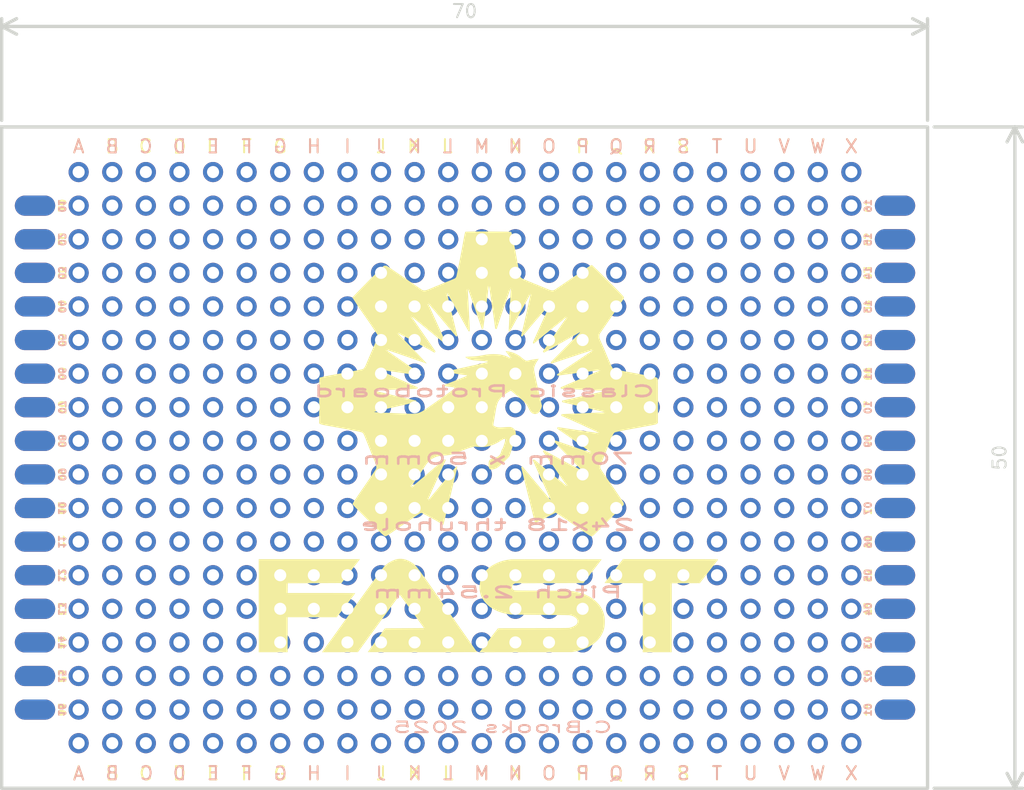
<source format=kicad_pcb>
(kicad_pcb (version 20241229) (generator "pcbnew") (generator_version "9.0")
  (layers (0 "F.Cu" signal) (2 "B.Cu" signal) (13 "F.Paste" user) (15 "B.Paste" user) (5 "F.SilkS" user "F.Silkscreen") (7 "B.SilkS" user "B.Silkscreen") (1 "F.Mask" user) (3 "B.Mask" user) (25 "Edge.Cuts" user))
  (net 0 "")
  (footprint "Proto:Proto_EdgePad_SMD_3.0x1.5mm" (layer "F.Cu") (at 170.592 80.33)
    (property "Reference" "REF**" (hide yes))
    (property "Value" "Proto_EdgePad_SMD_3.0x1.5mm" (hide yes))
    (pad "1" smd oval (at 0 0) (size 3.048 1.524) (layers "F.Cu" "F.Mask" "F.Paste"))
  )
  (footprint "Proto:Proto_EdgePad_SMD_3.0x1.5mm" (layer "F.Cu") (at 170.592 90.49)
    (property "Reference" "REF**" (hide yes))
    (property "Value" "Proto_EdgePad_SMD_3.0x1.5mm" (hide yes))
    (pad "1" smd oval (at 0 0) (size 3.048 1.524) (layers "F.Cu" "F.Mask" "F.Paste"))
  )
  (footprint "Proto:Proto_EdgePad_SMD_3.0x1.5mm" (layer "F.Cu") (at 105.568 95.57)
    (property "Reference" "REF**" (hide yes))
    (property "Value" "Proto_EdgePad_SMD_3.0x1.5mm" (hide yes))
    (pad "1" smd oval (at 0 0) (size 3.048 1.524) (layers "F.Cu" "F.Mask" "F.Paste"))
  )
  (footprint "MountingHole:MountingHole_2.2mm_M2" (layer "F.Cu") (at 170.45 74.44)
    (property "Reference" "REF**" (hide yes))
    (property "Value" "MountingHole_2.2mm_M2" (hide yes))
    (pad "" np_thru_hole circle (at 0 0) (size 2.2 2.2) (drill 2.2) (layers "*.Cu" "*.Mask"))
  )
  (footprint "Proto:Proto_EdgePad_SMD_3.0x1.5mm" (layer "F.Cu") (at 170.592 85.41)
    (property "Reference" "REF**" (hide yes))
    (property "Value" "Proto_EdgePad_SMD_3.0x1.5mm" (hide yes))
    (pad "1" smd oval (at 0 0) (size 3.048 1.524) (layers "F.Cu" "F.Mask" "F.Paste"))
  )
  (footprint "Proto:Proto_EdgePad_SMD_3.0x1.5mm" (layer "F.Cu") (at 105.568 87.95)
    (property "Reference" "REF**" (hide yes))
    (property "Value" "Proto_EdgePad_SMD_3.0x1.5mm" (hide yes))
    (pad "1" smd oval (at 0 0) (size 3.048 1.524) (layers "F.Cu" "F.Mask" "F.Paste"))
  )
  (footprint "Proto:Proto_EdgePad_SMD_3.0x1.5mm" (layer "F.Cu") (at 170.592 100.65)
    (property "Reference" "REF**" (hide yes))
    (property "Value" "Proto_EdgePad_SMD_3.0x1.5mm" (hide yes))
    (pad "1" smd oval (at 0 0) (size 3.048 1.524) (layers "F.Cu" "F.Mask" "F.Paste"))
  )
  (footprint "Proto:Proto_EdgePad_SMD_3.0x1.5mm" (layer "F.Cu") (at 170.592 82.87)
    (property "Reference" "REF**" (hide yes))
    (property "Value" "Proto_EdgePad_SMD_3.0x1.5mm" (hide yes))
    (pad "1" smd oval (at 0 0) (size 3.048 1.524) (layers "F.Cu" "F.Mask" "F.Paste"))
  )
  (footprint "Proto:Proto_EdgePad_SMD_3.0x1.5mm" (layer "F.Cu") (at 105.568 85.41)
    (property "Reference" "REF**" (hide yes))
    (property "Value" "Proto_EdgePad_SMD_3.0x1.5mm" (hide yes))
    (pad "1" smd oval (at 0 0) (size 3.048 1.524) (layers "F.Cu" "F.Mask" "F.Paste"))
  )
  (footprint "Proto:Proto_EdgePad_SMD_3.0x1.5mm" (layer "F.Cu") (at 105.568 105.73)
    (property "Reference" "REF**" (hide yes))
    (property "Value" "Proto_EdgePad_SMD_3.0x1.5mm" (hide yes))
    (pad "1" smd oval (at 0 0) (size 3.048 1.524) (layers "F.Cu" "F.Mask" "F.Paste"))
  )
  (footprint "Proto:Proto_EdgePad_SMD_3.0x1.5mm" (layer "F.Cu") (at 105.568 80.33)
    (property "Reference" "REF**" (hide yes))
    (property "Value" "Proto_EdgePad_SMD_3.0x1.5mm" (hide yes))
    (pad "1" smd oval (at 0 0) (size 3.048 1.524) (layers "F.Cu" "F.Mask" "F.Paste"))
  )
  (footprint "Proto:Proto_EdgePad_SMD_3.0x1.5mm" (layer "F.Cu") (at 170.592 103.19)
    (property "Reference" "REF**" (hide yes))
    (property "Value" "Proto_EdgePad_SMD_3.0x1.5mm" (hide yes))
    (pad "1" smd oval (at 0 0) (size 3.048 1.524) (layers "F.Cu" "F.Mask" "F.Paste"))
  )
  (footprint "Proto:Proto_EdgePad_SMD_3.0x1.5mm" (layer "F.Cu") (at 105.568 90.49)
    (property "Reference" "REF**" (hide yes))
    (property "Value" "Proto_EdgePad_SMD_3.0x1.5mm" (hide yes))
    (pad "1" smd oval (at 0 0) (size 3.048 1.524) (layers "F.Cu" "F.Mask" "F.Paste"))
  )
  (footprint "Proto:Proto_EdgePad_SMD_3.0x1.5mm" (layer "F.Cu") (at 170.592 93.03)
    (property "Reference" "REF**" (hide yes))
    (property "Value" "Proto_EdgePad_SMD_3.0x1.5mm" (hide yes))
    (pad "1" smd oval (at 0 0) (size 3.048 1.524) (layers "F.Cu" "F.Mask" "F.Paste"))
  )
  (footprint "Proto:Proto_EdgePad_SMD_3.0x1.5mm" (layer "F.Cu") (at 105.568 82.87)
    (property "Reference" "REF**" (hide yes))
    (property "Value" "Proto_EdgePad_SMD_3.0x1.5mm" (hide yes))
    (pad "1" smd oval (at 0 0) (size 3.048 1.524) (layers "F.Cu" "F.Mask" "F.Paste"))
  )
  (footprint "Proto:Proto_EdgePad_SMD_3.0x1.5mm" (layer "F.Cu") (at 170.592 87.95)
    (property "Reference" "REF**" (hide yes))
    (property "Value" "Proto_EdgePad_SMD_3.0x1.5mm" (hide yes))
    (pad "1" smd oval (at 0 0) (size 3.048 1.524) (layers "F.Cu" "F.Mask" "F.Paste"))
  )
  (footprint "Proto:Proto_EdgePad_SMD_3.0x1.5mm" (layer "F.Cu") (at 170.592 95.57)
    (property "Reference" "REF**" (hide yes))
    (property "Value" "Proto_EdgePad_SMD_3.0x1.5mm" (hide yes))
    (pad "1" smd oval (at 0 0) (size 3.048 1.524) (layers "F.Cu" "F.Mask" "F.Paste"))
  )
  (footprint "Proto:Proto_EdgePad_SMD_3.0x1.5mm" (layer "F.Cu") (at 105.568 103.19)
    (property "Reference" "REF**" (hide yes))
    (property "Value" "Proto_EdgePad_SMD_3.0x1.5mm" (hide yes))
    (pad "1" smd oval (at 0 0) (size 3.048 1.524) (layers "F.Cu" "F.Mask" "F.Paste"))
  )
  (footprint "Proto:Proto_EdgePad_SMD_3.0x1.5mm" (layer "F.Cu") (at 105.568 100.65)
    (property "Reference" "REF**" (hide yes))
    (property "Value" "Proto_EdgePad_SMD_3.0x1.5mm" (hide yes))
    (pad "1" smd oval (at 0 0) (size 3.048 1.524) (layers "F.Cu" "F.Mask" "F.Paste"))
  )
  (footprint "Proto:Proto_EdgePad_SMD_3.0x1.5mm" (layer "F.Cu") (at 170.592 98.11)
    (property "Reference" "REF**" (hide yes))
    (property "Value" "Proto_EdgePad_SMD_3.0x1.5mm" (hide yes))
    (pad "1" smd oval (at 0 0) (size 3.048 1.524) (layers "F.Cu" "F.Mask" "F.Paste"))
  )
  (footprint "Proto:Proto_EdgePad_SMD_3.0x1.5mm" (layer "F.Cu") (at 105.568 77.79)
    (property "Reference" "REF**" (hide yes))
    (property "Value" "Proto_EdgePad_SMD_3.0x1.5mm" (hide yes))
    (pad "1" smd oval (at 0 0) (size 3.048 1.524) (layers "F.Cu" "F.Mask" "F.Paste"))
  )
  (footprint "Proto:Proto_EdgePad_SMD_3.0x1.5mm" (layer "F.Cu") (at 170.592 105.73)
    (property "Reference" "REF**" (hide yes))
    (property "Value" "Proto_EdgePad_SMD_3.0x1.5mm" (hide yes))
    (pad "1" smd oval (at 0 0) (size 3.048 1.524) (layers "F.Cu" "F.Mask" "F.Paste"))
  )
  (footprint "Proto:Proto_EdgePad_SMD_3.0x1.5mm" (layer "F.Cu") (at 105.568 93.03)
    (property "Reference" "REF**" (hide yes))
    (property "Value" "Proto_EdgePad_SMD_3.0x1.5mm" (hide yes))
    (pad "1" smd oval (at 0 0) (size 3.048 1.524) (layers "F.Cu" "F.Mask" "F.Paste"))
  )
  (footprint "Proto:Proto_EdgePad_SMD_3.0x1.5mm" (layer "F.Cu") (at 105.568 98.11)
    (property "Reference" "REF**" (hide yes))
    (property "Value" "Proto_EdgePad_SMD_3.0x1.5mm" (hide yes))
    (pad "1" smd oval (at 0 0) (size 3.048 1.524) (layers "F.Cu" "F.Mask" "F.Paste"))
  )
  (footprint "Proto:Proto_EdgePad_SMD_3.0x1.5mm" (layer "F.Cu") (at 170.592 77.79)
    (property "Reference" "REF**" (hide yes))
    (property "Value" "Proto_EdgePad_SMD_3.0x1.5mm" (hide yes))
    (pad "1" smd oval (at 0 0) (size 3.048 1.524) (layers "F.Cu" "F.Mask" "F.Paste"))
  )
  (footprint "Proto:Proto_EdgePad_SMD_3.0x1.5mm" (layer "F.Cu") (at 105.568 115.89)
    (property "Reference" "REF**" (hide yes))
    (property "Value" "Proto_EdgePad_SMD_3.0x1.5mm" (hide yes))
    (pad "1" smd oval (at 0 0) (size 3.048 1.524) (layers "F.Cu" "F.Mask" "F.Paste"))
  )
  (footprint "Proto:Proto_EdgePad_SMD_3.0x1.5mm" (layer "F.Cu") (at 105.568 113.35)
    (property "Reference" "REF**" (hide yes))
    (property "Value" "Proto_EdgePad_SMD_3.0x1.5mm" (hide yes))
    (pad "1" smd oval (at 0 0) (size 3.048 1.524) (layers "F.Cu" "F.Mask" "F.Paste"))
  )
  (footprint "Proto:Proto_EdgePad_SMD_3.0x1.5mm" (layer "F.Cu") (at 105.568 110.81)
    (property "Reference" "REF**" (hide yes))
    (property "Value" "Proto_EdgePad_SMD_3.0x1.5mm" (hide yes))
    (pad "1" smd oval (at 0 0) (size 3.048 1.524) (layers "F.Cu" "F.Mask" "F.Paste"))
  )
  (footprint "Proto:Proto_EdgePad_SMD_3.0x1.5mm" (layer "F.Cu") (at 105.568 108.27)
    (property "Reference" "REF**" (hide yes))
    (property "Value" "Proto_EdgePad_SMD_3.0x1.5mm" (hide yes))
    (pad "1" smd oval (at 0 0) (size 3.048 1.524) (layers "F.Cu" "F.Mask" "F.Paste"))
  )
  (footprint "Proto:Proto_EdgePad_SMD_3.0x1.5mm" (layer "F.Cu") (at 170.592 110.81)
    (property "Reference" "REF**" (hide yes))
    (property "Value" "Proto_EdgePad_SMD_3.0x1.5mm" (hide yes))
    (pad "1" smd oval (at 0 0) (size 3.048 1.524) (layers "F.Cu" "F.Mask" "F.Paste"))
  )
  (footprint "Proto:Proto_EdgePad_SMD_3.0x1.5mm" (layer "F.Cu") (at 170.592 108.27)
    (property "Reference" "REF**" (hide yes))
    (property "Value" "Proto_EdgePad_SMD_3.0x1.5mm" (hide yes))
    (pad "1" smd oval (at 0 0) (size 3.048 1.524) (layers "F.Cu" "F.Mask" "F.Paste"))
  )
  (footprint "Proto:Proto_EdgePad_SMD_3.0x1.5mm" (layer "F.Cu") (at 170.592 113.35)
    (property "Reference" "REF**" (hide yes))
    (property "Value" "Proto_EdgePad_SMD_3.0x1.5mm" (hide yes))
    (pad "1" smd oval (at 0 0) (size 3.048 1.524) (layers "F.Cu" "F.Mask" "F.Paste"))
  )
  (footprint "Proto:Proto_EdgePad_SMD_3.0x1.5mm" (layer "F.Cu") (at 170.592 115.89)
    (property "Reference" "REF**" (hide yes))
    (property "Value" "Proto_EdgePad_SMD_3.0x1.5mm" (hide yes))
    (pad "1" smd oval (at 0 0) (size 3.048 1.524) (layers "F.Cu" "F.Mask" "F.Paste"))
  )
  (footprint "MountingHole:MountingHole_2.2mm_M2" (layer "F.Cu") (at 105.65 74.44)
    (property "Reference" "REF**" (hide yes))
    (property "Value" "MountingHole_2.2mm_M2" (hide yes))
    (pad "" np_thru_hole circle (at 0 0) (size 2.2 2.2) (drill 2.2) (layers "*.Cu" "*.Mask"))
  )
  (footprint "MountingHole:MountingHole_2.2mm_M2" (layer "F.Cu") (at 105.65 119.24)
    (property "Reference" "REF**" (hide yes))
    (property "Value" "MountingHole_2.2mm_M2" (hide yes))
    (pad "" np_thru_hole circle (at 0 0) (size 2.2 2.2) (drill 2.2) (layers "*.Cu" "*.Mask"))
  )
  (footprint "MountingHole:MountingHole_2.2mm_M2" (layer "F.Cu") (at 170.45 119.24)
    (property "Reference" "REF**" (hide yes))
    (property "Value" "MountingHole_2.2mm_M2" (hide yes))
    (pad "" np_thru_hole circle (at 0 0) (size 2.2 2.2) (drill 2.2) (layers "*.Cu" "*.Mask"))
  )
  (footprint "kml-custom:FAST-Logo-XXXLarge" (layer "F.Cu") (at 139.35 95.84)
    (property "Reference" "G***" (hide yes))
    (property "Value" "LOGO" (hide yes))
  )
  (footprint "Proto:Proto_EdgePad_SMD_3.0x1.5mm" (layer "B.Cu") (at 170.59 77.79)
    (property "Reference" "REF**" (hide yes))
    (property "Value" "Proto_EdgePad_SMD_3.0x1.5mm" (hide yes))
    (pad "1" smd oval (at 0 0) (size 3.048 1.524) (layers "B.Cu" "B.Mask" "B.Paste"))
  )
  (footprint "Proto:Proto_EdgePad_SMD_3.0x1.5mm" (layer "B.Cu") (at 105.57 98.11)
    (property "Reference" "REF**" (hide yes))
    (property "Value" "Proto_EdgePad_SMD_3.0x1.5mm" (hide yes))
    (pad "1" smd oval (at 0 0) (size 3.048 1.524) (layers "B.Cu" "B.Mask" "B.Paste"))
  )
  (footprint "Proto:Proto_EdgePad_SMD_3.0x1.5mm" (layer "B.Cu") (at 105.57 87.95)
    (property "Reference" "REF**" (hide yes))
    (property "Value" "Proto_EdgePad_SMD_3.0x1.5mm" (hide yes))
    (pad "1" smd oval (at 0 0) (size 3.048 1.524) (layers "B.Cu" "B.Mask" "B.Paste"))
  )
  (footprint "Proto:Proto_EdgePad_SMD_3.0x1.5mm" (layer "B.Cu") (at 170.59 87.95)
    (property "Reference" "REF**" (hide yes))
    (property "Value" "Proto_EdgePad_SMD_3.0x1.5mm" (hide yes))
    (pad "1" smd oval (at 0 0) (size 3.048 1.524) (layers "B.Cu" "B.Mask" "B.Paste"))
  )
  (footprint "Proto:Proto_EdgePad_SMD_3.0x1.5mm" (layer "B.Cu") (at 105.57 113.35)
    (property "Reference" "REF**" (hide yes))
    (property "Value" "Proto_EdgePad_SMD_3.0x1.5mm" (hide yes))
    (pad "1" smd oval (at 0 0) (size 3.048 1.524) (layers "B.Cu" "B.Mask" "B.Paste"))
  )
  (footprint "Proto:Proto_EdgePad_SMD_3.0x1.5mm" (layer "B.Cu") (at 105.57 110.81)
    (property "Reference" "REF**" (hide yes))
    (property "Value" "Proto_EdgePad_SMD_3.0x1.5mm" (hide yes))
    (pad "1" smd oval (at 0 0) (size 3.048 1.524) (layers "B.Cu" "B.Mask" "B.Paste"))
  )
  (footprint "Proto:Proto_EdgePad_SMD_3.0x1.5mm" (layer "B.Cu") (at 170.59 93.03)
    (property "Reference" "REF**" (hide yes))
    (property "Value" "Proto_EdgePad_SMD_3.0x1.5mm" (hide yes))
    (pad "1" smd oval (at 0 0) (size 3.048 1.524) (layers "B.Cu" "B.Mask" "B.Paste"))
  )
  (footprint "Proto:Proto_EdgePad_SMD_3.0x1.5mm" (layer "B.Cu") (at 105.57 115.89)
    (property "Reference" "REF**" (hide yes))
    (property "Value" "Proto_EdgePad_SMD_3.0x1.5mm" (hide yes))
    (pad "1" smd oval (at 0 0) (size 3.048 1.524) (layers "B.Cu" "B.Mask" "B.Paste"))
  )
  (footprint "Proto:Proto_EdgePad_SMD_3.0x1.5mm" (layer "B.Cu") (at 105.57 108.27)
    (property "Reference" "REF**" (hide yes))
    (property "Value" "Proto_EdgePad_SMD_3.0x1.5mm" (hide yes))
    (pad "1" smd oval (at 0 0) (size 3.048 1.524) (layers "B.Cu" "B.Mask" "B.Paste"))
  )
  (footprint "Proto:Proto_EdgePad_SMD_3.0x1.5mm" (layer "B.Cu") (at 170.59 95.57)
    (property "Reference" "REF**" (hide yes))
    (property "Value" "Proto_EdgePad_SMD_3.0x1.5mm" (hide yes))
    (pad "1" smd oval (at 0 0) (size 3.048 1.524) (layers "B.Cu" "B.Mask" "B.Paste"))
  )
  (footprint "Proto:Proto_EdgePad_SMD_3.0x1.5mm" (layer "B.Cu") (at 105.57 93.03)
    (property "Reference" "REF**" (hide yes))
    (property "Value" "Proto_EdgePad_SMD_3.0x1.5mm" (hide yes))
    (pad "1" smd oval (at 0 0) (size 3.048 1.524) (layers "B.Cu" "B.Mask" "B.Paste"))
  )
  (footprint "Proto:Proto_EdgePad_SMD_3.0x1.5mm" (layer "B.Cu") (at 170.59 85.41)
    (property "Reference" "REF**" (hide yes))
    (property "Value" "Proto_EdgePad_SMD_3.0x1.5mm" (hide yes))
    (pad "1" smd oval (at 0 0) (size 3.048 1.524) (layers "B.Cu" "B.Mask" "B.Paste"))
  )
  (footprint "Proto:Proto_EdgePad_SMD_3.0x1.5mm" (layer "B.Cu") (at 170.59 82.87)
    (property "Reference" "REF**" (hide yes))
    (property "Value" "Proto_EdgePad_SMD_3.0x1.5mm" (hide yes))
    (pad "1" smd oval (at 0 0) (size 3.048 1.524) (layers "B.Cu" "B.Mask" "B.Paste"))
  )
  (footprint "Proto:Proto_EdgePad_SMD_3.0x1.5mm" (layer "B.Cu") (at 170.59 103.19)
    (property "Reference" "REF**" (hide yes))
    (property "Value" "Proto_EdgePad_SMD_3.0x1.5mm" (hide yes))
    (pad "1" smd oval (at 0 0) (size 3.048 1.524) (layers "B.Cu" "B.Mask" "B.Paste"))
  )
  (footprint "Proto:Proto_EdgePad_SMD_3.0x1.5mm" (layer "B.Cu") (at 105.57 77.79)
    (property "Reference" "REF**" (hide yes))
    (property "Value" "Proto_EdgePad_SMD_3.0x1.5mm" (hide yes))
    (pad "1" smd oval (at 0 0) (size 3.048 1.524) (layers "B.Cu" "B.Mask" "B.Paste"))
  )
  (footprint "Proto:Proto_EdgePad_SMD_3.0x1.5mm" (layer "B.Cu") (at 105.57 95.57)
    (property "Reference" "REF**" (hide yes))
    (property "Value" "Proto_EdgePad_SMD_3.0x1.5mm" (hide yes))
    (pad "1" smd oval (at 0 0) (size 3.048 1.524) (layers "B.Cu" "B.Mask" "B.Paste"))
  )
  (footprint "Proto:Proto_EdgePad_SMD_3.0x1.5mm" (layer "B.Cu") (at 105.57 82.87)
    (property "Reference" "REF**" (hide yes))
    (property "Value" "Proto_EdgePad_SMD_3.0x1.5mm" (hide yes))
    (pad "1" smd oval (at 0 0) (size 3.048 1.524) (layers "B.Cu" "B.Mask" "B.Paste"))
  )
  (footprint "Proto:Proto_EdgePad_SMD_3.0x1.5mm" (layer "B.Cu") (at 105.57 103.19)
    (property "Reference" "REF**" (hide yes))
    (property "Value" "Proto_EdgePad_SMD_3.0x1.5mm" (hide yes))
    (pad "1" smd oval (at 0 0) (size 3.048 1.524) (layers "B.Cu" "B.Mask" "B.Paste"))
  )
  (footprint "Proto:Proto_EdgePad_SMD_3.0x1.5mm" (layer "B.Cu") (at 105.57 80.33)
    (property "Reference" "REF**" (hide yes))
    (property "Value" "Proto_EdgePad_SMD_3.0x1.5mm" (hide yes))
    (pad "1" smd oval (at 0 0) (size 3.048 1.524) (layers "B.Cu" "B.Mask" "B.Paste"))
  )
  (footprint "Proto:Proto_EdgePad_SMD_3.0x1.5mm" (layer "B.Cu") (at 170.59 98.11)
    (property "Reference" "REF**" (hide yes))
    (property "Value" "Proto_EdgePad_SMD_3.0x1.5mm" (hide yes))
    (pad "1" smd oval (at 0 0) (size 3.048 1.524) (layers "B.Cu" "B.Mask" "B.Paste"))
  )
  (footprint "Proto:Proto_EdgePad_SMD_3.0x1.5mm" (layer "B.Cu") (at 170.59 90.49)
    (property "Reference" "REF**" (hide yes))
    (property "Value" "Proto_EdgePad_SMD_3.0x1.5mm" (hide yes))
    (pad "1" smd oval (at 0 0) (size 3.048 1.524) (layers "B.Cu" "B.Mask" "B.Paste"))
  )
  (footprint "Proto:Proto_EdgePad_SMD_3.0x1.5mm" (layer "B.Cu") (at 170.59 108.27)
    (property "Reference" "REF**" (hide yes))
    (property "Value" "Proto_EdgePad_SMD_3.0x1.5mm" (hide yes))
    (pad "1" smd oval (at 0 0) (size 3.048 1.524) (layers "B.Cu" "B.Mask" "B.Paste"))
  )
  (footprint "Proto:Proto_EdgePad_SMD_3.0x1.5mm" (layer "B.Cu") (at 105.57 85.41)
    (property "Reference" "REF**" (hide yes))
    (property "Value" "Proto_EdgePad_SMD_3.0x1.5mm" (hide yes))
    (pad "1" smd oval (at 0 0) (size 3.048 1.524) (layers "B.Cu" "B.Mask" "B.Paste"))
  )
  (footprint "Proto:Proto_EdgePad_SMD_3.0x1.5mm" (layer "B.Cu") (at 170.59 113.35)
    (property "Reference" "REF**" (hide yes))
    (property "Value" "Proto_EdgePad_SMD_3.0x1.5mm" (hide yes))
    (pad "1" smd oval (at 0 0) (size 3.048 1.524) (layers "B.Cu" "B.Mask" "B.Paste"))
  )
  (footprint "Proto:Proto_EdgePad_SMD_3.0x1.5mm" (layer "B.Cu") (at 170.59 80.33)
    (property "Reference" "REF**" (hide yes))
    (property "Value" "Proto_EdgePad_SMD_3.0x1.5mm" (hide yes))
    (pad "1" smd oval (at 0 0) (size 3.048 1.524) (layers "B.Cu" "B.Mask" "B.Paste"))
  )
  (footprint "Proto:Proto_EdgePad_SMD_3.0x1.5mm" (layer "B.Cu") (at 170.59 105.73)
    (property "Reference" "REF**" (hide yes))
    (property "Value" "Proto_EdgePad_SMD_3.0x1.5mm" (hide yes))
    (pad "1" smd oval (at 0 0) (size 3.048 1.524) (layers "B.Cu" "B.Mask" "B.Paste"))
  )
  (footprint "Proto:Proto_EdgePad_SMD_3.0x1.5mm" (layer "B.Cu") (at 105.57 100.65)
    (property "Reference" "REF**" (hide yes))
    (property "Value" "Proto_EdgePad_SMD_3.0x1.5mm" (hide yes))
    (pad "1" smd oval (at 0 0) (size 3.048 1.524) (layers "B.Cu" "B.Mask" "B.Paste"))
  )
  (footprint "Proto:Proto_EdgePad_SMD_3.0x1.5mm" (layer "B.Cu") (at 105.57 105.73)
    (property "Reference" "REF**" (hide yes))
    (property "Value" "Proto_EdgePad_SMD_3.0x1.5mm" (hide yes))
    (pad "1" smd oval (at 0 0) (size 3.048 1.524) (layers "B.Cu" "B.Mask" "B.Paste"))
  )
  (footprint "Proto:Proto_EdgePad_SMD_3.0x1.5mm" (layer "B.Cu") (at 170.59 115.89)
    (property "Reference" "REF**" (hide yes))
    (property "Value" "Proto_EdgePad_SMD_3.0x1.5mm" (hide yes))
    (pad "1" smd oval (at 0 0) (size 3.048 1.524) (layers "B.Cu" "B.Mask" "B.Paste"))
  )
  (footprint "Proto:Proto_EdgePad_SMD_3.0x1.5mm" (layer "B.Cu") (at 105.57 90.49)
    (property "Reference" "REF**" (hide yes))
    (property "Value" "Proto_EdgePad_SMD_3.0x1.5mm" (hide yes))
    (pad "1" smd oval (at 0 0) (size 3.048 1.524) (layers "B.Cu" "B.Mask" "B.Paste"))
  )
  (footprint "Proto:Proto_EdgePad_SMD_3.0x1.5mm" (layer "B.Cu") (at 170.59 110.81)
    (property "Reference" "REF**" (hide yes))
    (property "Value" "Proto_EdgePad_SMD_3.0x1.5mm" (hide yes))
    (pad "1" smd oval (at 0 0) (size 3.048 1.524) (layers "B.Cu" "B.Mask" "B.Paste"))
  )
  (footprint "Proto:Proto_EdgePad_SMD_3.0x1.5mm" (layer "B.Cu") (at 170.59 100.65)
    (property "Reference" "REF**" (hide yes))
    (property "Value" "Proto_EdgePad_SMD_3.0x1.5mm" (hide yes))
    (pad "1" smd oval (at 0 0) (size 3.048 1.524) (layers "B.Cu" "B.Mask" "B.Paste"))
  )
  (gr_rect (start 103.05 71.84) (end 173.05 121.84) (stroke (width 0.254)) (fill no) (layer "Edge.Cuts"))
  (gr_text "K" (at 134.23 73.305 0) (layer "F.SilkS") (effects (font (size 1 1))))
  (gr_text "B" (at 111.41 73.31 0) (layer "F.SilkS") (effects (font (size 1 1))))
  (gr_text "G" (at 124.11 120.716 0) (layer "F.SilkS") (effects (font (size 1 1))))
  (gr_text "09" (at 107.595 98.113 270) (layer "F.SilkS") (effects (font (size 0.508 0.508) (thickness 0.127))))
  (gr_text "R" (at 152.05 120.716 0) (layer "F.SilkS") (effects (font (size 1 1))))
  (gr_text "A" (at 108.87 73.305 0) (layer "F.SilkS") (effects (font (size 1 1))))
  (gr_text "F" (at 121.57 120.716 0) (layer "F.SilkS") (effects (font (size 1 1))))
  (gr_text "10" (at 168.555 100.665 90) (layer "F.SilkS") (effects (font (size 0.508 0.508) (thickness 0.127))))
  (gr_text "O" (at 144.43 73.305 0) (layer "F.SilkS") (effects (font (size 1 1))))
  (gr_text "11" (at 107.595 103.193 270) (layer "F.SilkS") (effects (font (size 0.508 0.508) (thickness 0.127))))
  (gr_text "03" (at 107.595 82.873 270) (layer "F.SilkS") (effects (font (size 0.508 0.508) (thickness 0.127))))
  (gr_text "H" (at 126.65 120.716 0) (layer "F.SilkS") (effects (font (size 1 1))))
  (gr_text "E" (at 119.03 120.716 0) (layer "F.SilkS") (effects (font (size 1 1))))
  (gr_text "08" (at 168.555 95.585 90) (layer "F.SilkS") (effects (font (size 0.508 0.508) (thickness 0.127))))
  (gr_text "11" (at 168.555 103.205 90) (layer "F.SilkS") (effects (font (size 0.508 0.508) (thickness 0.127))))
  (gr_text "02" (at 168.555 80.345 90) (layer "F.SilkS") (effects (font (size 0.508 0.508) (thickness 0.127))))
  (gr_text "07" (at 168.555 93.045 90) (layer "F.SilkS") (effects (font (size 0.508 0.508) (thickness 0.127))))
  (gr_text "T" (at 157.13 73.305 0) (layer "F.SilkS") (effects (font (size 1 1))))
  (gr_text "G" (at 124.105 73.305 0) (layer "F.SilkS") (effects (font (size 1 1))))
  (gr_text "A" (at 108.87 120.716 0) (layer "F.SilkS") (effects (font (size 1 1))))
  (gr_text "04" (at 168.555 85.425 90) (layer "F.SilkS") (effects (font (size 0.508 0.508) (thickness 0.127))))
  (gr_text "I" (at 129.19 73.305 0) (layer "F.SilkS") (effects (font (size 1 1))))
  (gr_text "Q" (at 149.51 120.716 0) (layer "F.SilkS") (effects (font (size 1 1))))
  (gr_text "S" (at 154.58 73.305 0) (layer "F.SilkS") (effects (font (size 1 1))))
  (gr_text "01" (at 107.595 77.793 270) (layer "F.SilkS") (effects (font (size 0.508 0.508) (thickness 0.127))))
  (gr_text "C" (at 113.95 120.716 0) (layer "F.SilkS") (effects (font (size 1 1))))
  (gr_text "12" (at 107.595 105.733 270) (layer "F.SilkS") (effects (font (size 0.508 0.508) (thickness 0.127))))
  (gr_text "D" (at 116.505 73.33 0) (layer "F.SilkS") (effects (font (size 1 1))))
  (gr_text "M" (at 139.355 73.305 0) (layer "F.SilkS") (effects (font (size 1 1))))
  (gr_text "L" (at 136.73 73.305 0) (layer "F.SilkS") (effects (font (size 1 1))))
  (gr_text "06" (at 168.555 90.505 90) (layer "F.SilkS") (effects (font (size 0.508 0.508) (thickness 0.127))))
  (gr_text "K" (at 134.27 120.716 0) (layer "F.SilkS") (effects (font (size 1 1))))
  (gr_text "N" (at 141.89 120.716 0) (layer "F.SilkS") (effects (font (size 1 1))))
  (gr_text "07" (at 107.595 93.033 270) (layer "F.SilkS") (effects (font (size 0.508 0.508) (thickness 0.127))))
  (gr_text "F" (at 121.57 73.305 0) (layer "F.SilkS") (effects (font (size 1 1))))
  (gr_text "J" (at 131.73 120.716 0) (layer "F.SilkS") (effects (font (size 1 1))))
  (gr_text "I" (at 129.19 120.716 0) (layer "F.SilkS") (effects (font (size 1 1))))
  (gr_text "U" (at 159.67 73.305 0) (layer "F.SilkS") (effects (font (size 1 1))))
  (gr_text "V" (at 162.21 73.305 0) (layer "F.SilkS") (effects (font (size 1 1))))
  (gr_text "W" (at 164.75 73.305 0) (layer "F.SilkS") (effects (font (size 1 1))))
  (gr_text "X" (at 167.29 73.305 0) (layer "F.SilkS") (effects (font (size 1 1))))
  (gr_text "U" (at 159.67 120.716 0) (layer "F.SilkS") (effects (font (size 1 1))))
  (gr_text "V" (at 162.21 120.716 0) (layer "F.SilkS") (effects (font (size 1 1))))
  (gr_text "W" (at 164.75 120.716 0) (layer "F.SilkS") (effects (font (size 1 1))))
  (gr_text "X" (at 167.29 120.716 0) (layer "F.SilkS") (effects (font (size 1 1))))
  (gr_text "14" (at 168.555 110.825 90) (layer "F.SilkS") (effects (font (size 0.508 0.508) (thickness 0.127))))
  (gr_text "15" (at 168.555 113.365 90) (layer "F.SilkS") (effects (font (size 0.508 0.508) (thickness 0.127))))
  (gr_text "13" (at 168.555 108.285 90) (layer "F.SilkS") (effects (font (size 0.508 0.508) (thickness 0.127))))
  (gr_text "16" (at 168.555 115.905 90) (layer "F.SilkS") (effects (font (size 0.508 0.508) (thickness 0.127))))
  (gr_text "15" (at 107.595 113.353 270) (layer "F.SilkS") (effects (font (size 0.508 0.508) (thickness 0.127))))
  (gr_text "16" (at 107.595 115.893 270) (layer "F.SilkS") (effects (font (size 0.508 0.508) (thickness 0.127))))
  (gr_text "02" (at 107.595 80.333 270) (layer "F.SilkS") (effects (font (size 0.508 0.508) (thickness 0.127))))
  (gr_text "T" (at 157.13 120.716 0) (layer "F.SilkS") (effects (font (size 1 1))))
  (gr_text "E" (at 119.005 73.305 0) (layer "F.SilkS") (effects (font (size 1 1))))
  (gr_text "01" (at 168.555 77.805 90) (layer "F.SilkS") (effects (font (size 0.508 0.508) (thickness 0.127))))
  (gr_text "14" (at 107.595 110.813 270) (layer "F.SilkS") (effects (font (size 0.508 0.508) (thickness 0.127))))
  (gr_text "05" (at 107.595 87.953 270) (layer "F.SilkS") (effects (font (size 0.508 0.508) (thickness 0.127))))
  (gr_text "S" (at 154.59 120.716 0) (layer "F.SilkS") (effects (font (size 1 1))))
  (gr_text "Q" (at 149.505 73.305 0) (layer "F.SilkS") (effects (font (size 1 1))))
  (gr_text "08" (at 107.595 95.573 270) (layer "F.SilkS") (effects (font (size 0.508 0.508) (thickness 0.127))))
  (gr_text "B" (at 111.41 120.716 0) (layer "F.SilkS") (effects (font (size 1 1))))
  (gr_text "M" (at 139.35 120.716 0) (layer "F.SilkS") (effects (font (size 1 1))))
  (gr_text "C" (at 113.93 73.3 0) (layer "F.SilkS") (effects (font (size 1 1))))
  (gr_text "D" (at 116.49 120.716 0) (layer "F.SilkS") (effects (font (size 1 1))))
  (gr_text "10" (at 107.595 100.653 270) (layer "F.SilkS") (effects (font (size 0.508 0.508) (thickness 0.127))))
  (gr_text "04" (at 107.595 85.413 270) (layer "F.SilkS") (effects (font (size 0.508 0.508) (thickness 0.127))))
  (gr_text "J" (at 131.73 73.305 0) (layer "F.SilkS") (effects (font (size 1 1))))
  (gr_text "06" (at 107.595 90.493 270) (layer "F.SilkS") (effects (font (size 0.508 0.508) (thickness 0.127))))
  (gr_text "P" (at 146.98 73.305 0) (layer "F.SilkS") (effects (font (size 1 1))))
  (gr_text "L" (at 136.81 120.716 0) (layer "F.SilkS") (effects (font (size 1 1))))
  (gr_text "P" (at 146.97 120.716 0) (layer "F.SilkS") (effects (font (size 1 1))))
  (gr_text "N" (at 141.89 73.305 0) (layer "F.SilkS") (effects (font (size 1 1))))
  (gr_text "O" (at 144.43 120.716 0) (layer "F.SilkS") (effects (font (size 1 1))))
  (gr_text "09" (at 168.555 98.125 90) (layer "F.SilkS") (effects (font (size 0.508 0.508) (thickness 0.127))))
  (gr_text "05" (at 168.555 87.965 90) (layer "F.SilkS") (effects (font (size 0.508 0.508) (thickness 0.127))))
  (gr_text "R" (at 152.03 73.33 0) (layer "F.SilkS") (effects (font (size 1 1))))
  (gr_text "03" (at 168.555 82.885 90) (layer "F.SilkS") (effects (font (size 0.508 0.508) (thickness 0.127))))
  (gr_text "13" (at 107.595 108.273 270) (layer "F.SilkS") (effects (font (size 0.508 0.508) (thickness 0.127))))
  (gr_text "H" (at 126.655 73.305 0) (layer "F.SilkS") (effects (font (size 1 1))))
  (gr_text "12" (at 168.555 105.745 90) (layer "F.SilkS") (effects (font (size 0.508 0.508) (thickness 0.127))))
  (gr_text "Classic Protoboard" (at 139.53 91.83 0) (layer "B.SilkS") (effects (font (size 0.8 1.8) (thickness 0.2) (bold yes)) (justify mirror)))
  (gr_text "D" (at 116.49 120.705 0) (layer "B.SilkS") (effects (font (size 1 1)) (justify mirror)))
  (gr_text "06" (at 168.555 103.207 90) (layer "B.SilkS") (effects (font (size 0.508 0.508) (thickness 0.127)) (justify mirror)))
  (gr_text "16" (at 107.605 115.905 270) (layer "B.SilkS") (effects (font (size 0.508 0.508) (thickness 0.127)) (justify mirror)))
  (gr_text "14" (at 168.555 82.887 90) (layer "B.SilkS") (effects (font (size 0.508 0.508) (thickness 0.127)) (justify mirror)))
  (gr_text "C.Brooks 2025" (at 140.93 117.23 0) (layer "B.SilkS") (effects (font (size 0.8 1.5) (thickness 0.15625)) (justify mirror)))
  (gr_text "10" (at 168.555 93.047 90) (layer "B.SilkS") (effects (font (size 0.508 0.508) (thickness 0.127)) (justify mirror)))
  (gr_text "V" (at 162.21 120.705 0) (layer "B.SilkS") (effects (font (size 1 1)) (justify mirror)))
  (gr_text "E" (at 119.03 73.31 0) (layer "B.SilkS") (effects (font (size 1 1)) (justify mirror)))
  (gr_text "X" (at 167.29 120.705 0) (layer "B.SilkS") (effects (font (size 1 1)) (justify mirror)))
  (gr_text "T" (at 157.13 73.31 0) (layer "B.SilkS") (effects (font (size 1 1)) (justify mirror)))
  (gr_text "F" (at 121.57 120.705 0) (layer "B.SilkS") (effects (font (size 1 1)) (justify mirror)))
  (gr_text "13" (at 168.555 85.427 90) (layer "B.SilkS") (effects (font (size 0.508 0.508) (thickness 0.127)) (justify mirror)))
  (gr_text "B" (at 111.405 120.705 0) (layer "B.SilkS") (effects (font (size 1 1)) (justify mirror)))
  (gr_text "C" (at 114.005 120.705 0) (layer "B.SilkS") (effects (font (size 1 1)) (justify mirror)))
  (gr_text "I" (at 129.19 73.31 0) (layer "B.SilkS") (effects (font (size 1 1)) (justify mirror)))
  (gr_text "07" (at 168.555 100.667 90) (layer "B.SilkS") (effects (font (size 0.508 0.508) (thickness 0.127)) (justify mirror)))
  (gr_text "24x18 thruhole" (at 140.53 101.93 0) (layer "B.SilkS") (effects (font (size 0.8 1.8) (thickness 0.2) (bold yes)) (justify mirror)))
  (gr_text "A" (at 108.87 73.31 0) (layer "B.SilkS") (effects (font (size 1 1)) (justify mirror)))
  (gr_text "M" (at 139.35 73.31 0) (layer "B.SilkS") (effects (font (size 1 1)) (justify mirror)))
  (gr_text "C" (at 113.95 73.31 0) (layer "B.SilkS") (effects (font (size 1 1)) (justify mirror)))
  (gr_text "P" (at 146.98 120.705 0) (layer "B.SilkS") (effects (font (size 1 1)) (justify mirror)))
  (gr_text "07" (at 107.605 93.045 270) (layer "B.SilkS") (effects (font (size 0.508 0.508) (thickness 0.127)) (justify mirror)))
  (gr_text "S" (at 154.59 73.31 0) (layer "B.SilkS") (effects (font (size 1 1)) (justify mirror)))
  (gr_text "03" (at 107.605 82.885 270) (layer "B.SilkS") (effects (font (size 0.508 0.508) (thickness 0.127)) (justify mirror)))
  (gr_text "G" (at 124.11 73.31 0) (layer "B.SilkS") (effects (font (size 1 1)) (justify mirror)))
  (gr_text "K" (at 134.305 120.705 0) (layer "B.SilkS") (effects (font (size 1 1)) (justify mirror)))
  (gr_text "02" (at 168.555 113.367 90) (layer "B.SilkS") (effects (font (size 0.508 0.508) (thickness 0.127)) (justify mirror)))
  (gr_text "X" (at 167.29 73.31 0) (layer "B.SilkS") (effects (font (size 1 1)) (justify mirror)))
  (gr_text "03" (at 168.555 110.827 90) (layer "B.SilkS") (effects (font (size 0.508 0.508) (thickness 0.127)) (justify mirror)))
  (gr_text "R" (at 152.055 120.73 0) (layer "B.SilkS") (effects (font (size 1 1)) (justify mirror)))
  (gr_text "10" (at 107.605 100.665 270) (layer "B.SilkS") (effects (font (size 0.508 0.508) (thickness 0.127)) (justify mirror)))
  (gr_text "04" (at 168.555 108.287 90) (layer "B.SilkS") (effects (font (size 0.508 0.508) (thickness 0.127)) (justify mirror)))
  (gr_text "Q" (at 149.51 120.73 0) (layer "B.SilkS") (effects (font (size 1 1)) (justify mirror)))
  (gr_text "Q" (at 149.51 73.31 0) (layer "B.SilkS") (effects (font (size 1 1)) (justify mirror)))
  (gr_text "N" (at 141.89 73.31 0) (layer "B.SilkS") (effects (font (size 1 1)) (justify mirror)))
  (gr_text "12" (at 168.555 87.967 90) (layer "B.SilkS") (effects (font (size 0.508 0.508) (thickness 0.127)) (justify mirror)))
  (gr_text "U" (at 159.67 120.705 0) (layer "B.SilkS") (effects (font (size 1 1)) (justify mirror)))
  (gr_text "09" (at 168.555 95.587 90) (layer "B.SilkS") (effects (font (size 0.508 0.508) (thickness 0.127)) (justify mirror)))
  (gr_text "15" (at 107.605 113.365 270) (layer "B.SilkS") (effects (font (size 0.508 0.508) (thickness 0.127)) (justify mirror)))
  (gr_text "11" (at 168.555 90.507 90) (layer "B.SilkS") (effects (font (size 0.508 0.508) (thickness 0.127)) (justify mirror)))
  (gr_text "I" (at 129.19 120.705 0) (layer "B.SilkS") (effects (font (size 1 1)) (justify mirror)))
  (gr_text "J" (at 131.73 120.73 0) (layer "B.SilkS") (effects (font (size 1 1)) (justify mirror)))
  (gr_text "V" (at 162.21 73.31 0) (layer "B.SilkS") (effects (font (size 1 1)) (justify mirror)))
  (gr_text "E" (at 119.03 120.705 0) (layer "B.SilkS") (effects (font (size 1 1)) (justify mirror)))
  (gr_text "15" (at 168.555 80.347 90) (layer "B.SilkS") (effects (font (size 0.508 0.508) (thickness 0.127)) (justify mirror)))
  (gr_text "04" (at 107.605 85.425 270) (layer "B.SilkS") (effects (font (size 0.508 0.508) (thickness 0.127)) (justify mirror)))
  (gr_text "70mm x 50mm" (at 140.53 96.93 0) (layer "B.SilkS") (effects (font (size 0.8 1.8) (thickness 0.2) (bold yes)) (justify mirror)))
  (gr_text "W" (at 164.75 73.31 0) (layer "B.SilkS") (effects (font (size 1 1)) (justify mirror)))
  (gr_text "O" (at 144.43 120.705 0) (layer "B.SilkS") (effects (font (size 1 1)) (justify mirror)))
  (gr_text "F" (at 121.57 73.31 0) (layer "B.SilkS") (effects (font (size 1 1)) (justify mirror)))
  (gr_text "02" (at 107.605 80.345 270) (layer "B.SilkS") (effects (font (size 0.508 0.508) (thickness 0.127)) (justify mirror)))
  (gr_text "D" (at 116.49 73.31 0) (layer "B.SilkS") (effects (font (size 1 1)) (justify mirror)))
  (gr_text "L" (at 136.83 120.705 0) (layer "B.SilkS") (effects (font (size 1 1)) (justify mirror)))
  (gr_text "05" (at 107.605 87.965 270) (layer "B.SilkS") (effects (font (size 0.508 0.508) (thickness 0.127)) (justify mirror)))
  (gr_text "11" (at 107.605 103.205 270) (layer "B.SilkS") (effects (font (size 0.508 0.508) (thickness 0.127)) (justify mirror)))
  (gr_text "13" (at 107.605 108.285 270) (layer "B.SilkS") (effects (font (size 0.508 0.508) (thickness 0.127)) (justify mirror)))
  (gr_text "08" (at 168.555 98.127 90) (layer "B.SilkS") (effects (font (size 0.508 0.508) (thickness 0.127)) (justify mirror)))
  (gr_text "H" (at 126.65 73.31 0) (layer "B.SilkS") (effects (font (size 1 1)) (justify mirror)))
  (gr_text "G" (at 124.13 120.73 0) (layer "B.SilkS") (effects (font (size 1 1)) (justify mirror)))
  (gr_text "W" (at 164.75 120.705 0) (layer "B.SilkS") (effects (font (size 1 1)) (justify mirror)))
  (gr_text "12" (at 107.605 105.745 270) (layer "B.SilkS") (effects (font (size 0.508 0.508) (thickness 0.127)) (justify mirror)))
  (gr_text "A" (at 108.88 120.73 0) (layer "B.SilkS") (effects (font (size 1 1)) (justify mirror)))
  (gr_text "H" (at 126.65 120.705 0) (layer "B.SilkS") (effects (font (size 1 1)) (justify mirror)))
  (gr_text "J" (at 131.73 73.31 0) (layer "B.SilkS") (effects (font (size 1 1)) (justify mirror)))
  (gr_text "Pitch 2.54mm" (at 140.53 107.03 0) (layer "B.SilkS") (effects (font (size 0.8 1.8) (thickness 0.2) (bold yes)) (justify mirror)))
  (gr_text "09" (at 107.605 98.125 270) (layer "B.SilkS") (effects (font (size 0.508 0.508) (thickness 0.127)) (justify mirror)))
  (gr_text "06" (at 107.605 90.505 270) (layer "B.SilkS") (effects (font (size 0.508 0.508) (thickness 0.127)) (justify mirror)))
  (gr_text "O" (at 144.43 73.31 0) (layer "B.SilkS") (effects (font (size 1 1)) (justify mirror)))
  (gr_text "B" (at 111.41 73.31 0) (layer "B.SilkS") (effects (font (size 1 1)) (justify mirror)))
  (gr_text "01" (at 107.605 77.805 270) (layer "B.SilkS") (effects (font (size 0.508 0.508) (thickness 0.127)) (justify mirror)))
  (gr_text "S" (at 154.59 120.705 0) (layer "B.SilkS") (effects (font (size 1 1)) (justify mirror)))
  (gr_text "08" (at 107.605 95.585 270) (layer "B.SilkS") (effects (font (size 0.508 0.508) (thickness 0.127)) (justify mirror)))
  (gr_text "K" (at 134.27 73.31 0) (layer "B.SilkS") (effects (font (size 1 1)) (justify mirror)))
  (gr_text "U" (at 159.67 73.31 0) (layer "B.SilkS") (effects (font (size 1 1)) (justify mirror)))
  (gr_text "T" (at 157.13 120.705 0) (layer "B.SilkS") (effects (font (size 1 1)) (justify mirror)))
  (gr_text "M" (at 139.35 120.705 0) (layer "B.SilkS") (effects (font (size 1 1)) (justify mirror)))
  (gr_text "05" (at 168.555 105.747 90) (layer "B.SilkS") (effects (font (size 0.508 0.508) (thickness 0.127)) (justify mirror)))
  (gr_text "16" (at 168.555 77.807 90) (layer "B.SilkS") (effects (font (size 0.508 0.508) (thickness 0.127)) (justify mirror)))
  (gr_text "N" (at 141.88 120.705 0) (layer "B.SilkS") (effects (font (size 1 1)) (justify mirror)))
  (gr_text "14" (at 107.605 110.825 270) (layer "B.SilkS") (effects (font (size 0.508 0.508) (thickness 0.127)) (justify mirror)))
  (gr_text "L" (at 136.81 73.31 0) (layer "B.SilkS") (effects (font (size 1 1)) (justify mirror)))
  (gr_text "R" (at 152.05 73.31 0) (layer "B.SilkS") (effects (font (size 1 1)) (justify mirror)))
  (gr_text "P" (at 146.97 73.31 0) (layer "B.SilkS") (effects (font (size 1 1)) (justify mirror)))
  (gr_text "01" (at 168.555 115.907 90) (layer "B.SilkS") (effects (font (size 0.508 0.508) (thickness 0.127)) (justify mirror)))
  (dimension (type orthogonal) (layer "Edge.Cuts") (pts (xy 173.05 71.84) (xy 103.05 71.84)) (height -7.6) (orientation 0) (format (prefix "") (suffix "") (units 3) (units_format 0) (precision 4) (suppress_zeroes yes)) (style (thickness 0.254) (arrow_length 1.27) (text_position_mode 0) (arrow_direction outward) (extension_height 0.58642) (extension_offset 0.5) (keep_text_aligned yes)) (gr_text "70" (at 138.05 63.09 0) (layer "Edge.Cuts") (effects (font (size 1 1) (thickness 0.15)))))
  (dimension (type orthogonal) (layer "Edge.Cuts") (pts (xy 173.05 121.84) (xy 173.05 71.84)) (height 6.6) (orientation 1) (format (prefix "") (suffix "") (units 3) (units_format 0) (precision 4) (suppress_zeroes yes)) (style (thickness 0.254) (arrow_length 1.27) (text_position_mode 0) (arrow_direction outward) (extension_height 0.58642) (extension_offset 0.5) (keep_text_aligned yes)) (gr_text "50" (at 178.5 96.84 90) (layer "Edge.Cuts") (effects (font (size 1 1) (thickness 0.15)))))
  (via (at 119.03 82.87) (size 1.524) (drill 0.9144) (layers "F.Cu" "B.Cu") (net 0))
  (via (at 134.27 98.11) (size 1.524) (drill 0.9144) (layers "F.Cu" "B.Cu") (net 0))
  (via (at 136.81 98.11) (size 1.524) (drill 0.9144) (layers "F.Cu" "B.Cu") (net 0))
  (via (at 131.73 85.41) (size 1.524) (drill 0.9144) (layers "F.Cu" "B.Cu") (net 0))
  (via (at 134.27 85.41) (size 1.524) (drill 0.9144) (layers "F.Cu" "B.Cu") (net 0))
  (via (at 121.57 95.57) (size 1.524) (drill 0.9144) (layers "F.Cu" "B.Cu") (net 0))
  (via (at 124.11 95.57) (size 1.524) (drill 0.9144) (layers "F.Cu" "B.Cu") (net 0))
  (via (at 144.43 93.03) (size 1.524) (drill 0.9144) (layers "F.Cu" "B.Cu") (net 0))
  (via (at 154.59 98.11) (size 1.524) (drill 0.9144) (layers "F.Cu" "B.Cu") (net 0))
  (via (at 157.13 98.11) (size 1.524) (drill 0.9144) (layers "F.Cu" "B.Cu") (net 0))
  (via (at 129.19 95.57) (size 1.524) (drill 0.9144) (layers "F.Cu" "B.Cu") (net 0))
  (via (at 131.73 95.57) (size 1.524) (drill 0.9144) (layers "F.Cu" "B.Cu") (net 0))
  (via (at 141.89 95.57) (size 1.524) (drill 0.9144) (layers "F.Cu" "B.Cu") (net 0))
  (via (at 136.81 82.87) (size 1.524) (drill 0.9144) (layers "F.Cu" "B.Cu") (net 0))
  (via (at 154.59 82.87) (size 1.524) (drill 0.9144) (layers "F.Cu" "B.Cu") (net 0))
  (via (at 131.73 103.19) (size 1.524) (drill 0.9144) (layers "F.Cu" "B.Cu") (net 0))
  (via (at 113.95 103.19) (size 1.524) (drill 0.9144) (layers "F.Cu" "B.Cu") (net 0))
  (via (at 119.03 93.03) (size 1.524) (drill 0.9144) (layers "F.Cu" "B.Cu") (net 0))
  (via (at 129.19 93.03) (size 1.524) (drill 0.9144) (layers "F.Cu" "B.Cu") (net 0))
  (via (at 136.81 90.49) (size 1.524) (drill 0.9144) (layers "F.Cu" "B.Cu") (net 0))
  (via (at 144.43 100.65) (size 1.524) (drill 0.9144) (layers "F.Cu" "B.Cu") (net 0))
  (via (at 139.35 95.57) (size 1.524) (drill 0.9144) (layers "F.Cu" "B.Cu") (net 0))
  (via (at 157.13 90.49) (size 1.524) (drill 0.9144) (layers "F.Cu" "B.Cu") (net 0))
  (via (at 121.57 85.41) (size 1.524) (drill 0.9144) (layers "F.Cu" "B.Cu") (net 0))
  (via (at 157.13 80.33) (size 1.524) (drill 0.9144) (layers "F.Cu" "B.Cu") (net 0))
  (via (at 152.05 75.25) (size 1.524) (drill 0.9144) (layers "F.Cu" "B.Cu") (net 0))
  (via (at 124.11 77.79) (size 1.524) (drill 0.9144) (layers "F.Cu" "B.Cu") (net 0))
  (via (at 119.03 77.79) (size 1.524) (drill 0.9144) (layers "F.Cu" "B.Cu") (net 0))
  (via (at 116.49 75.25) (size 1.524) (drill 0.9144) (layers "F.Cu" "B.Cu") (net 0))
  (via (at 141.89 103.19) (size 1.524) (drill 0.9144) (layers "F.Cu" "B.Cu") (net 0))
  (via (at 146.97 95.57) (size 1.524) (drill 0.9144) (layers "F.Cu" "B.Cu") (net 0))
  (via (at 126.65 108.27) (size 1.524) (drill 0.9144) (layers "F.Cu" "B.Cu") (net 0))
  (via (at 129.19 77.79) (size 1.524) (drill 0.9144) (layers "F.Cu" "B.Cu") (net 0))
  (via (at 119.03 100.65) (size 1.524) (drill 0.9144) (layers "F.Cu" "B.Cu") (net 0))
  (via (at 149.51 108.27) (size 1.524) (drill 0.9144) (layers "F.Cu" "B.Cu") (net 0))
  (via (at 121.57 77.79) (size 1.524) (drill 0.9144) (layers "F.Cu" "B.Cu") (net 0))
  (via (at 113.95 90.49) (size 1.524) (drill 0.9144) (layers "F.Cu" "B.Cu") (net 0))
  (via (at 154.59 93.03) (size 1.524) (drill 0.9144) (layers "F.Cu" "B.Cu") (net 0))
  (via (at 108.87 87.95) (size 1.524) (drill 0.9144) (layers "F.Cu" "B.Cu") (net 0))
  (via (at 126.65 90.49) (size 1.524) (drill 0.9144) (layers "F.Cu" "B.Cu") (net 0))
  (via (at 139.35 90.49) (size 1.524) (drill 0.9144) (layers "F.Cu" "B.Cu") (net 0))
  (via (at 108.87 90.49) (size 1.524) (drill 0.9144) (layers "F.Cu" "B.Cu") (net 0))
  (via (at 124.11 80.33) (size 1.524) (drill 0.9144) (layers "F.Cu" "B.Cu") (net 0))
  (via (at 119.03 108.27) (size 1.524) (drill 0.9144) (layers "F.Cu" "B.Cu") (net 0))
  (via (at 129.19 98.11) (size 1.524) (drill 0.9144) (layers "F.Cu" "B.Cu") (net 0))
  (via (at 144.43 98.11) (size 1.524) (drill 0.9144) (layers "F.Cu" "B.Cu") (net 0))
  (via (at 134.27 100.65) (size 1.524) (drill 0.9144) (layers "F.Cu" "B.Cu") (net 0))
  (via (at 144.43 108.27) (size 1.524) (drill 0.9144) (layers "F.Cu" "B.Cu") (net 0))
  (via (at 144.43 75.25) (size 1.524) (drill 0.9144) (layers "F.Cu" "B.Cu") (net 0))
  (via (at 131.73 75.25) (size 1.524) (drill 0.9144) (layers "F.Cu" "B.Cu") (net 0))
  (via (at 154.59 90.49) (size 1.524) (drill 0.9144) (layers "F.Cu" "B.Cu") (net 0))
  (via (at 134.27 77.79) (size 1.524) (drill 0.9144) (layers "F.Cu" "B.Cu") (net 0))
  (via (at 124.11 103.19) (size 1.524) (drill 0.9144) (layers "F.Cu" "B.Cu") (net 0))
  (via (at 149.51 82.87) (size 1.524) (drill 0.9144) (layers "F.Cu" "B.Cu") (net 0))
  (via (at 149.51 103.19) (size 1.524) (drill 0.9144) (layers "F.Cu" "B.Cu") (net 0))
  (via (at 108.87 95.57) (size 1.524) (drill 0.9144) (layers "F.Cu" "B.Cu") (net 0))
  (via (at 131.73 105.73) (size 1.524) (drill 0.9144) (layers "F.Cu" "B.Cu") (net 0))
  (via (at 108.87 100.65) (size 1.524) (drill 0.9144) (layers "F.Cu" "B.Cu") (net 0))
  (via (at 149.51 87.95) (size 1.524) (drill 0.9144) (layers "F.Cu" "B.Cu") (net 0))
  (via (at 157.13 100.65) (size 1.524) (drill 0.9144) (layers "F.Cu" "B.Cu") (net 0))
  (via (at 152.05 103.19) (size 1.524) (drill 0.9144) (layers "F.Cu" "B.Cu") (net 0))
  (via (at 152.05 87.95) (size 1.524) (drill 0.9144) (layers "F.Cu" "B.Cu") (net 0))
  (via (at 119.03 98.11) (size 1.524) (drill 0.9144) (layers "F.Cu" "B.Cu") (net 0))
  (via (at 129.19 87.95) (size 1.524) (drill 0.9144) (layers "F.Cu" "B.Cu") (net 0))
  (via (at 131.73 93.03) (size 1.524) (drill 0.9144) (layers "F.Cu" "B.Cu") (net 0))
  (via (at 126.65 93.03) (size 1.524) (drill 0.9144) (layers "F.Cu" "B.Cu") (net 0))
  (via (at 131.73 87.95) (size 1.524) (drill 0.9144) (layers "F.Cu" "B.Cu") (net 0))
  (via (at 108.87 93.03) (size 1.524) (drill 0.9144) (layers "F.Cu" "B.Cu") (net 0))
  (via (at 149.51 93.03) (size 1.524) (drill 0.9144) (layers "F.Cu" "B.Cu") (net 0))
  (via (at 116.49 87.95) (size 1.524) (drill 0.9144) (layers "F.Cu" "B.Cu") (net 0))
  (via (at 113.95 95.57) (size 1.524) (drill 0.9144) (layers "F.Cu" "B.Cu") (net 0))
  (via (at 149.51 75.25) (size 1.524) (drill 0.9144) (layers "F.Cu" "B.Cu") (net 0))
  (via (at 139.35 80.33) (size 1.524) (drill 0.9144) (layers "F.Cu" "B.Cu") (net 0))
  (via (at 113.95 80.33) (size 1.524) (drill 0.9144) (layers "F.Cu" "B.Cu") (net 0))
  (via (at 139.35 77.79) (size 1.524) (drill 0.9144) (layers "F.Cu" "B.Cu") (net 0))
  (via (at 146.97 80.33) (size 1.524) (drill 0.9144) (layers "F.Cu" "B.Cu") (net 0))
  (via (at 108.87 105.73) (size 1.524) (drill 0.9144) (layers "F.Cu" "B.Cu") (net 0))
  (via (at 124.11 85.41) (size 1.524) (drill 0.9144) (layers "F.Cu" "B.Cu") (net 0))
  (via (at 139.35 75.25) (size 1.524) (drill 0.9144) (layers "F.Cu" "B.Cu") (net 0))
  (via (at 126.65 105.73) (size 1.524) (drill 0.9144) (layers "F.Cu" "B.Cu") (net 0))
  (via (at 149.51 105.73) (size 1.524) (drill 0.9144) (layers "F.Cu" "B.Cu") (net 0))
  (via (at 136.81 85.41) (size 1.524) (drill 0.9144) (layers "F.Cu" "B.Cu") (net 0))
  (via (at 121.57 100.65) (size 1.524) (drill 0.9144) (layers "F.Cu" "B.Cu") (net 0))
  (via (at 144.43 85.41) (size 1.524) (drill 0.9144) (layers "F.Cu" "B.Cu") (net 0))
  (via (at 126.65 98.11) (size 1.524) (drill 0.9144) (layers "F.Cu" "B.Cu") (net 0))
  (via (at 141.89 82.87) (size 1.524) (drill 0.9144) (layers "F.Cu" "B.Cu") (net 0))
  (via (at 141.89 77.79) (size 1.524) (drill 0.9144) (layers "F.Cu" "B.Cu") (net 0))
  (via (at 111.41 100.65) (size 1.524) (drill 0.9144) (layers "F.Cu" "B.Cu") (net 0))
  (via (at 126.65 82.87) (size 1.524) (drill 0.9144) (layers "F.Cu" "B.Cu") (net 0))
  (via (at 124.11 87.95) (size 1.524) (drill 0.9144) (layers "F.Cu" "B.Cu") (net 0))
  (via (at 108.87 77.79) (size 1.524) (drill 0.9144) (layers "F.Cu" "B.Cu") (net 0))
  (via (at 144.43 80.33) (size 1.524) (drill 0.9144) (layers "F.Cu" "B.Cu") (net 0))
  (via (at 154.59 77.79) (size 1.524) (drill 0.9144) (layers "F.Cu" "B.Cu") (net 0))
  (via (at 146.97 77.79) (size 1.524) (drill 0.9144) (layers "F.Cu" "B.Cu") (net 0))
  (via (at 131.73 77.79) (size 1.524) (drill 0.9144) (layers "F.Cu" "B.Cu") (net 0))
  (via (at 113.95 82.87) (size 1.524) (drill 0.9144) (layers "F.Cu" "B.Cu") (net 0))
  (via (at 152.05 90.49) (size 1.524) (drill 0.9144) (layers "F.Cu" "B.Cu") (net 0))
  (via (at 141.89 93.03) (size 1.524) (drill 0.9144) (layers "F.Cu" "B.Cu") (net 0))
  (via (at 119.03 90.49) (size 1.524) (drill 0.9144) (layers "F.Cu" "B.Cu") (net 0))
  (via (at 129.19 90.49) (size 1.524) (drill 0.9144) (layers "F.Cu" "B.Cu") (net 0))
  (via (at 124.11 105.73) (size 1.524) (drill 0.9144) (layers "F.Cu" "B.Cu") (net 0))
  (via (at 113.95 85.41) (size 1.524) (drill 0.9144) (layers "F.Cu" "B.Cu") (net 0))
  (via (at 144.43 90.49) (size 1.524) (drill 0.9144) (layers "F.Cu" "B.Cu") (net 0))
  (via (at 139.35 108.27) (size 1.524) (drill 0.9144) (layers "F.Cu" "B.Cu") (net 0))
  (via (at 152.05 85.41) (size 1.524) (drill 0.9144) (layers "F.Cu" "B.Cu") (net 0))
  (via (at 144.43 95.57) (size 1.524) (drill 0.9144) (layers "F.Cu" "B.Cu") (net 0))
  (via (at 111.41 98.11) (size 1.524) (drill 0.9144) (layers "F.Cu" "B.Cu") (net 0))
  (via (at 116.49 77.79) (size 1.524) (drill 0.9144) (layers "F.Cu" "B.Cu") (net 0))
  (via (at 141.89 80.33) (size 1.524) (drill 0.9144) (layers "F.Cu" "B.Cu") (net 0))
  (via (at 113.95 77.79) (size 1.524) (drill 0.9144) (layers "F.Cu" "B.Cu") (net 0))
  (via (at 141.89 108.27) (size 1.524) (drill 0.9144) (layers "F.Cu" "B.Cu") (net 0))
  (via (at 116.49 82.87) (size 1.524) (drill 0.9144) (layers "F.Cu" "B.Cu") (net 0))
  (via (at 157.13 95.57) (size 1.524) (drill 0.9144) (layers "F.Cu" "B.Cu") (net 0))
  (via (at 113.95 100.65) (size 1.524) (drill 0.9144) (layers "F.Cu" "B.Cu") (net 0))
  (via (at 129.19 82.87) (size 1.524) (drill 0.9144) (layers "F.Cu" "B.Cu") (net 0))
  (via (at 113.95 105.73) (size 1.524) (drill 0.9144) (layers "F.Cu" "B.Cu") (net 0))
  (via (at 139.35 82.87) (size 1.524) (drill 0.9144) (layers "F.Cu" "B.Cu") (net 0))
  (via (at 154.59 75.25) (size 1.524) (drill 0.9144) (layers "F.Cu" "B.Cu") (net 0))
  (via (at 139.35 98.11) (size 1.524) (drill 0.9144) (layers "F.Cu" "B.Cu") (net 0))
  (via (at 152.05 100.65) (size 1.524) (drill 0.9144) (layers "F.Cu" "B.Cu") (net 0))
  (via (at 157.13 82.87) (size 1.524) (drill 0.9144) (layers "F.Cu" "B.Cu") (net 0))
  (via (at 136.81 87.95) (size 1.524) (drill 0.9144) (layers "F.Cu" "B.Cu") (net 0))
  (via (at 108.87 103.19) (size 1.524) (drill 0.9144) (layers "F.Cu" "B.Cu") (net 0))
  (via (at 141.89 105.73) (size 1.524) (drill 0.9144) (layers "F.Cu" "B.Cu") (net 0))
  (via (at 126.65 100.65) (size 1.524) (drill 0.9144) (layers "F.Cu" "B.Cu") (net 0))
  (via (at 152.05 108.27) (size 1.524) (drill 0.9144) (layers "F.Cu" "B.Cu") (net 0))
  (via (at 134.27 108.27) (size 1.524) (drill 0.9144) (layers "F.Cu" "B.Cu") (net 0))
  (via (at 119.03 105.73) (size 1.524) (drill 0.9144) (layers "F.Cu" "B.Cu") (net 0))
  (via (at 124.11 82.87) (size 1.524) (drill 0.9144) (layers "F.Cu" "B.Cu") (net 0))
  (via (at 136.81 105.73) (size 1.524) (drill 0.9144) (layers "F.Cu" "B.Cu") (net 0))
  (via (at 157.13 108.27) (size 1.524) (drill 0.9144) (layers "F.Cu" "B.Cu") (net 0))
  (via (at 141.89 87.95) (size 1.524) (drill 0.9144) (layers "F.Cu" "B.Cu") (net 0))
  (via (at 157.13 75.25) (size 1.524) (drill 0.9144) (layers "F.Cu" "B.Cu") (net 0))
  (via (at 129.19 85.41) (size 1.524) (drill 0.9144) (layers "F.Cu" "B.Cu") (net 0))
  (via (at 121.57 90.49) (size 1.524) (drill 0.9144) (layers "F.Cu" "B.Cu") (net 0))
  (via (at 119.03 80.33) (size 1.524) (drill 0.9144) (layers "F.Cu" "B.Cu") (net 0))
  (via (at 121.57 82.87) (size 1.524) (drill 0.9144) (layers "F.Cu" "B.Cu") (net 0))
  (via (at 139.35 100.65) (size 1.524) (drill 0.9144) (layers "F.Cu" "B.Cu") (net 0))
  (via (at 134.27 93.03) (size 1.524) (drill 0.9144) (layers "F.Cu" "B.Cu") (net 0))
  (via (at 116.49 98.11) (size 1.524) (drill 0.9144) (layers "F.Cu" "B.Cu") (net 0))
  (via (at 146.97 93.03) (size 1.524) (drill 0.9144) (layers "F.Cu" "B.Cu") (net 0))
  (via (at 152.05 77.79) (size 1.524) (drill 0.9144) (layers "F.Cu" "B.Cu") (net 0))
  (via (at 146.97 90.49) (size 1.524) (drill 0.9144) (layers "F.Cu" "B.Cu") (net 0))
  (via (at 154.59 80.33) (size 1.524) (drill 0.9144) (layers "F.Cu" "B.Cu") (net 0))
  (via (at 159.67 98.11) (size 1.524) (drill 0.9144) (layers "F.Cu" "B.Cu") (net 0))
  (via (at 162.21 98.11) (size 1.524) (drill 0.9144) (layers "F.Cu" "B.Cu") (net 0))
  (via (at 164.75 98.11) (size 1.524) (drill 0.9144) (layers "F.Cu" "B.Cu") (net 0))
  (via (at 167.29 98.11) (size 1.524) (drill 0.9144) (layers "F.Cu" "B.Cu") (net 0))
  (via (at 159.67 90.49) (size 1.524) (drill 0.9144) (layers "F.Cu" "B.Cu") (net 0))
  (via (at 162.21 90.49) (size 1.524) (drill 0.9144) (layers "F.Cu" "B.Cu") (net 0))
  (via (at 164.75 90.49) (size 1.524) (drill 0.9144) (layers "F.Cu" "B.Cu") (net 0))
  (via (at 167.29 90.49) (size 1.524) (drill 0.9144) (layers "F.Cu" "B.Cu") (net 0))
  (via (at 159.67 80.33) (size 1.524) (drill 0.9144) (layers "F.Cu" "B.Cu") (net 0))
  (via (at 162.21 80.33) (size 1.524) (drill 0.9144) (layers "F.Cu" "B.Cu") (net 0))
  (via (at 164.75 80.33) (size 1.524) (drill 0.9144) (layers "F.Cu" "B.Cu") (net 0))
  (via (at 167.29 80.33) (size 1.524) (drill 0.9144) (layers "F.Cu" "B.Cu") (net 0))
  (via (at 159.67 93.03) (size 1.524) (drill 0.9144) (layers "F.Cu" "B.Cu") (net 0))
  (via (at 162.21 93.03) (size 1.524) (drill 0.9144) (layers "F.Cu" "B.Cu") (net 0))
  (via (at 164.75 93.03) (size 1.524) (drill 0.9144) (layers "F.Cu" "B.Cu") (net 0))
  (via (at 167.29 93.03) (size 1.524) (drill 0.9144) (layers "F.Cu" "B.Cu") (net 0))
  (via (at 159.67 85.41) (size 1.524) (drill 0.9144) (layers "F.Cu" "B.Cu") (net 0))
  (via (at 162.21 85.41) (size 1.524) (drill 0.9144) (layers "F.Cu" "B.Cu") (net 0))
  (via (at 164.75 85.41) (size 1.524) (drill 0.9144) (layers "F.Cu" "B.Cu") (net 0))
  (via (at 167.29 85.41) (size 1.524) (drill 0.9144) (layers "F.Cu" "B.Cu") (net 0))
  (via (at 159.67 100.65) (size 1.524) (drill 0.9144) (layers "F.Cu" "B.Cu") (net 0))
  (via (at 162.21 100.65) (size 1.524) (drill 0.9144) (layers "F.Cu" "B.Cu") (net 0))
  (via (at 164.75 100.65) (size 1.524) (drill 0.9144) (layers "F.Cu" "B.Cu") (net 0))
  (via (at 167.29 100.65) (size 1.524) (drill 0.9144) (layers "F.Cu" "B.Cu") (net 0))
  (via (at 159.67 77.79) (size 1.524) (drill 0.9144) (layers "F.Cu" "B.Cu") (net 0))
  (via (at 162.21 77.79) (size 1.524) (drill 0.9144) (layers "F.Cu" "B.Cu") (net 0))
  (via (at 164.75 77.79) (size 1.524) (drill 0.9144) (layers "F.Cu" "B.Cu") (net 0))
  (via (at 167.29 77.79) (size 1.524) (drill 0.9144) (layers "F.Cu" "B.Cu") (net 0))
  (via (at 159.67 103.19) (size 1.524) (drill 0.9144) (layers "F.Cu" "B.Cu") (net 0))
  (via (at 162.21 103.19) (size 1.524) (drill 0.9144) (layers "F.Cu" "B.Cu") (net 0))
  (via (at 164.75 103.19) (size 1.524) (drill 0.9144) (layers "F.Cu" "B.Cu") (net 0))
  (via (at 167.29 103.19) (size 1.524) (drill 0.9144) (layers "F.Cu" "B.Cu") (net 0))
  (via (at 159.67 105.73) (size 1.524) (drill 0.9144) (layers "F.Cu" "B.Cu") (net 0))
  (via (at 162.21 105.73) (size 1.524) (drill 0.9144) (layers "F.Cu" "B.Cu") (net 0))
  (via (at 164.75 105.73) (size 1.524) (drill 0.9144) (layers "F.Cu" "B.Cu") (net 0))
  (via (at 167.29 105.73) (size 1.524) (drill 0.9144) (layers "F.Cu" "B.Cu") (net 0))
  (via (at 159.67 95.57) (size 1.524) (drill 0.9144) (layers "F.Cu" "B.Cu") (net 0))
  (via (at 162.21 95.57) (size 1.524) (drill 0.9144) (layers "F.Cu" "B.Cu") (net 0))
  (via (at 164.75 95.57) (size 1.524) (drill 0.9144) (layers "F.Cu" "B.Cu") (net 0))
  (via (at 167.29 95.57) (size 1.524) (drill 0.9144) (layers "F.Cu" "B.Cu") (net 0))
  (via (at 159.67 82.87) (size 1.524) (drill 0.9144) (layers "F.Cu" "B.Cu") (net 0))
  (via (at 162.21 82.87) (size 1.524) (drill 0.9144) (layers "F.Cu" "B.Cu") (net 0))
  (via (at 164.75 82.87) (size 1.524) (drill 0.9144) (layers "F.Cu" "B.Cu") (net 0))
  (via (at 167.29 82.87) (size 1.524) (drill 0.9144) (layers "F.Cu" "B.Cu") (net 0))
  (via (at 159.67 108.27) (size 1.524) (drill 0.9144) (layers "F.Cu" "B.Cu") (net 0))
  (via (at 162.21 108.27) (size 1.524) (drill 0.9144) (layers "F.Cu" "B.Cu") (net 0))
  (via (at 164.75 108.27) (size 1.524) (drill 0.9144) (layers "F.Cu" "B.Cu") (net 0))
  (via (at 167.29 108.27) (size 1.524) (drill 0.9144) (layers "F.Cu" "B.Cu") (net 0))
  (via (at 159.67 75.25) (size 1.524) (drill 0.9144) (layers "F.Cu" "B.Cu") (net 0))
  (via (at 162.21 75.25) (size 1.524) (drill 0.9144) (layers "F.Cu" "B.Cu") (net 0))
  (via (at 164.75 75.25) (size 1.524) (drill 0.9144) (layers "F.Cu" "B.Cu") (net 0))
  (via (at 167.29 75.25) (size 1.524) (drill 0.9144) (layers "F.Cu" "B.Cu") (net 0))
  (via (at 159.67 87.95) (size 1.524) (drill 0.9144) (layers "F.Cu" "B.Cu") (net 0))
  (via (at 162.21 87.95) (size 1.524) (drill 0.9144) (layers "F.Cu" "B.Cu") (net 0))
  (via (at 164.75 87.95) (size 1.524) (drill 0.9144) (layers "F.Cu" "B.Cu") (net 0))
  (via (at 167.29 87.95) (size 1.524) (drill 0.9144) (layers "F.Cu" "B.Cu") (net 0))
  (via (at 116.49 110.81) (size 1.524) (drill 0.9144) (layers "F.Cu" "B.Cu") (net 0))
  (via (at 131.73 110.81) (size 1.524) (drill 0.9144) (layers "F.Cu" "B.Cu") (net 0))
  (via (at 134.27 110.81) (size 1.524) (drill 0.9144) (layers "F.Cu" "B.Cu") (net 0))
  (via (at 113.95 110.81) (size 1.524) (drill 0.9144) (layers "F.Cu" "B.Cu") (net 0))
  (via (at 159.67 113.35) (size 1.524) (drill 0.9144) (layers "F.Cu" "B.Cu") (net 0))
  (via (at 162.21 113.35) (size 1.524) (drill 0.9144) (layers "F.Cu" "B.Cu") (net 0))
  (via (at 141.89 110.81) (size 1.524) (drill 0.9144) (layers "F.Cu" "B.Cu") (net 0))
  (via (at 144.43 110.81) (size 1.524) (drill 0.9144) (layers "F.Cu" "B.Cu") (net 0))
  (via (at 154.59 113.35) (size 1.524) (drill 0.9144) (layers "F.Cu" "B.Cu") (net 0))
  (via (at 126.65 110.81) (size 1.524) (drill 0.9144) (layers "F.Cu" "B.Cu") (net 0))
  (via (at 146.97 110.81) (size 1.524) (drill 0.9144) (layers "F.Cu" "B.Cu") (net 0))
  (via (at 149.51 110.81) (size 1.524) (drill 0.9144) (layers "F.Cu" "B.Cu") (net 0))
  (via (at 136.81 110.81) (size 1.524) (drill 0.9144) (layers "F.Cu" "B.Cu") (net 0))
  (via (at 121.57 113.35) (size 1.524) (drill 0.9144) (layers "F.Cu" "B.Cu") (net 0))
  (via (at 126.65 115.89) (size 1.524) (drill 0.9144) (layers "F.Cu" "B.Cu") (net 0))
  (via (at 129.19 110.81) (size 1.524) (drill 0.9144) (layers "F.Cu" "B.Cu") (net 0))
  (via (at 146.97 115.89) (size 1.524) (drill 0.9144) (layers "F.Cu" "B.Cu") (net 0))
  (via (at 149.51 115.89) (size 1.524) (drill 0.9144) (layers "F.Cu" "B.Cu") (net 0))
  (via (at 144.43 113.35) (size 1.524) (drill 0.9144) (layers "F.Cu" "B.Cu") (net 0))
  (via (at 116.49 115.89) (size 1.524) (drill 0.9144) (layers "F.Cu" "B.Cu") (net 0))
  (via (at 119.03 115.89) (size 1.524) (drill 0.9144) (layers "F.Cu" "B.Cu") (net 0))
  (via (at 124.11 115.89) (size 1.524) (drill 0.9144) (layers "F.Cu" "B.Cu") (net 0))
  (via (at 144.43 115.89) (size 1.524) (drill 0.9144) (layers "F.Cu" "B.Cu") (net 0))
  (via (at 113.95 115.89) (size 1.524) (drill 0.9144) (layers "F.Cu" "B.Cu") (net 0))
  (via (at 124.11 110.81) (size 1.524) (drill 0.9144) (layers "F.Cu" "B.Cu") (net 0))
  (via (at 124.11 113.35) (size 1.524) (drill 0.9144) (layers "F.Cu" "B.Cu") (net 0))
  (via (at 131.73 113.35) (size 1.524) (drill 0.9144) (layers "F.Cu" "B.Cu") (net 0))
  (via (at 134.27 113.35) (size 1.524) (drill 0.9144) (layers "F.Cu" "B.Cu") (net 0))
  (via (at 119.03 110.81) (size 1.524) (drill 0.9144) (layers "F.Cu" "B.Cu") (net 0))
  (via (at 152.05 110.81) (size 1.524) (drill 0.9144) (layers "F.Cu" "B.Cu") (net 0))
  (via (at 154.59 110.81) (size 1.524) (drill 0.9144) (layers "F.Cu" "B.Cu") (net 0))
  (via (at 108.87 115.89) (size 1.524) (drill 0.9144) (layers "F.Cu" "B.Cu") (net 0))
  (via (at 157.13 110.81) (size 1.524) (drill 0.9144) (layers "F.Cu" "B.Cu") (net 0))
  (via (at 108.87 113.35) (size 1.524) (drill 0.9144) (layers "F.Cu" "B.Cu") (net 0))
  (via (at 157.13 113.35) (size 1.524) (drill 0.9144) (layers "F.Cu" "B.Cu") (net 0))
  (via (at 126.65 113.35) (size 1.524) (drill 0.9144) (layers "F.Cu" "B.Cu") (net 0))
  (via (at 129.19 113.35) (size 1.524) (drill 0.9144) (layers "F.Cu" "B.Cu") (net 0))
  (via (at 146.97 113.35) (size 1.524) (drill 0.9144) (layers "F.Cu" "B.Cu") (net 0))
  (via (at 149.51 113.35) (size 1.524) (drill 0.9144) (layers "F.Cu" "B.Cu") (net 0))
  (via (at 152.05 113.35) (size 1.524) (drill 0.9144) (layers "F.Cu" "B.Cu") (net 0))
  (via (at 136.81 115.89) (size 1.524) (drill 0.9144) (layers "F.Cu" "B.Cu") (net 0))
  (via (at 139.35 115.89) (size 1.524) (drill 0.9144) (layers "F.Cu" "B.Cu") (net 0))
  (via (at 154.59 115.89) (size 1.524) (drill 0.9144) (layers "F.Cu" "B.Cu") (net 0))
  (via (at 141.89 115.89) (size 1.524) (drill 0.9144) (layers "F.Cu" "B.Cu") (net 0))
  (via (at 121.57 115.89) (size 1.524) (drill 0.9144) (layers "F.Cu" "B.Cu") (net 0))
  (via (at 111.41 113.35) (size 1.524) (drill 0.9144) (layers "F.Cu" "B.Cu") (net 0))
  (via (at 113.95 113.35) (size 1.524) (drill 0.9144) (layers "F.Cu" "B.Cu") (net 0))
  (via (at 108.87 110.81) (size 1.524) (drill 0.9144) (layers "F.Cu" "B.Cu") (net 0))
  (via (at 111.41 110.81) (size 1.524) (drill 0.9144) (layers "F.Cu" "B.Cu") (net 0))
  (via (at 141.89 113.35) (size 1.524) (drill 0.9144) (layers "F.Cu" "B.Cu") (net 0))
  (via (at 152.05 115.89) (size 1.524) (drill 0.9144) (layers "F.Cu" "B.Cu") (net 0))
  (via (at 111.41 115.89) (size 1.524) (drill 0.9144) (layers "F.Cu" "B.Cu") (net 0))
  (via (at 131.73 115.89) (size 1.524) (drill 0.9144) (layers "F.Cu" "B.Cu") (net 0))
  (via (at 134.27 115.89) (size 1.524) (drill 0.9144) (layers "F.Cu" "B.Cu") (net 0))
  (via (at 116.49 113.35) (size 1.524) (drill 0.9144) (layers "F.Cu" "B.Cu") (net 0))
  (via (at 119.03 113.35) (size 1.524) (drill 0.9144) (layers "F.Cu" "B.Cu") (net 0))
  (via (at 136.81 113.35) (size 1.524) (drill 0.9144) (layers "F.Cu" "B.Cu") (net 0))
  (via (at 139.35 113.35) (size 1.524) (drill 0.9144) (layers "F.Cu" "B.Cu") (net 0))
  (via (at 157.13 115.89) (size 1.524) (drill 0.9144) (layers "F.Cu" "B.Cu") (net 0))
  (via (at 139.35 110.81) (size 1.524) (drill 0.9144) (layers "F.Cu" "B.Cu") (net 0))
  (via (at 121.57 110.81) (size 1.524) (drill 0.9144) (layers "F.Cu" "B.Cu") (net 0))
  (via (at 129.19 115.89) (size 1.524) (drill 0.9144) (layers "F.Cu" "B.Cu") (net 0))
  (via (at 162.21 110.81) (size 1.524) (drill 0.9144) (layers "F.Cu" "B.Cu") (net 0))
  (via (at 164.75 110.81) (size 1.524) (drill 0.9144) (layers "F.Cu" "B.Cu") (net 0))
  (via (at 159.67 115.89) (size 1.524) (drill 0.9144) (layers "F.Cu" "B.Cu") (net 0))
  (via (at 164.75 113.35) (size 1.524) (drill 0.9144) (layers "F.Cu" "B.Cu") (net 0))
  (via (at 167.29 113.35) (size 1.524) (drill 0.9144) (layers "F.Cu" "B.Cu") (net 0))
  (via (at 159.67 110.81) (size 1.524) (drill 0.9144) (layers "F.Cu" "B.Cu") (net 0))
  (via (at 162.21 115.89) (size 1.524) (drill 0.9144) (layers "F.Cu" "B.Cu") (net 0))
  (via (at 164.75 115.89) (size 1.524) (drill 0.9144) (layers "F.Cu" "B.Cu") (net 0))
  (via (at 167.29 115.89) (size 1.524) (drill 0.9144) (layers "F.Cu" "B.Cu") (net 0))
  (via (at 167.29 110.81) (size 1.524) (drill 0.9144) (layers "F.Cu" "B.Cu") (net 0))
  (via (at 139.35 118.43) (size 1.524) (drill 0.9144) (layers "F.Cu" "B.Cu") (net 0))
  (via (at 154.59 118.43) (size 1.524) (drill 0.9144) (layers "F.Cu" "B.Cu") (net 0))
  (via (at 136.81 118.43) (size 1.524) (drill 0.9144) (layers "F.Cu" "B.Cu") (net 0))
  (via (at 129.19 118.43) (size 1.524) (drill 0.9144) (layers "F.Cu" "B.Cu") (net 0))
  (via (at 159.67 118.43) (size 1.524) (drill 0.9144) (layers "F.Cu" "B.Cu") (net 0))
  (via (at 162.21 118.43) (size 1.524) (drill 0.9144) (layers "F.Cu" "B.Cu") (net 0))
  (via (at 164.75 118.43) (size 1.524) (drill 0.9144) (layers "F.Cu" "B.Cu") (net 0))
  (via (at 167.29 118.43) (size 1.524) (drill 0.9144) (layers "F.Cu" "B.Cu") (net 0))
  (via (at 149.51 118.43) (size 1.524) (drill 0.9144) (layers "F.Cu" "B.Cu") (net 0))
  (via (at 126.65 118.43) (size 1.524) (drill 0.9144) (layers "F.Cu" "B.Cu") (net 0))
  (via (at 141.89 118.43) (size 1.524) (drill 0.9144) (layers "F.Cu" "B.Cu") (net 0))
  (via (at 121.57 118.43) (size 1.524) (drill 0.9144) (layers "F.Cu" "B.Cu") (net 0))
  (via (at 152.05 118.43) (size 1.524) (drill 0.9144) (layers "F.Cu" "B.Cu") (net 0))
  (via (at 111.41 118.43) (size 1.524) (drill 0.9144) (layers "F.Cu" "B.Cu") (net 0))
  (via (at 131.73 118.43) (size 1.524) (drill 0.9144) (layers "F.Cu" "B.Cu") (net 0))
  (via (at 134.27 118.43) (size 1.524) (drill 0.9144) (layers "F.Cu" "B.Cu") (net 0))
  (via (at 157.13 118.43) (size 1.524) (drill 0.9144) (layers "F.Cu" "B.Cu") (net 0))
  (via (at 113.95 118.43) (size 1.524) (drill 0.9144) (layers "F.Cu" "B.Cu") (net 0))
  (via (at 124.11 118.43) (size 1.524) (drill 0.9144) (layers "F.Cu" "B.Cu") (net 0))
  (via (at 144.43 118.43) (size 1.524) (drill 0.9144) (layers "F.Cu" "B.Cu") (net 0))
  (via (at 108.87 118.43) (size 1.524) (drill 0.9144) (layers "F.Cu" "B.Cu") (net 0))
  (via (at 146.97 118.43) (size 1.524) (drill 0.9144) (layers "F.Cu" "B.Cu") (net 0))
  (via (at 116.49 118.43) (size 1.524) (drill 0.9144) (layers "F.Cu" "B.Cu") (net 0))
  (via (at 119.03 118.43) (size 1.524) (drill 0.9144) (layers "F.Cu" "B.Cu") (net 0))
  (via (at 111.41 93.03) (size 1.524) (drill 0.9144) (layers "F.Cu" "B.Cu") (net 0))
  (via (at 144.43 82.87) (size 1.524) (drill 0.9144) (layers "F.Cu" "B.Cu") (net 0))
  (via (at 121.57 105.73) (size 1.524) (drill 0.9144) (layers "F.Cu" "B.Cu") (net 0))
  (via (at 146.97 85.41) (size 1.524) (drill 0.9144) (layers "F.Cu" "B.Cu") (net 0))
  (via (at 152.05 105.73) (size 1.524) (drill 0.9144) (layers "F.Cu" "B.Cu") (net 0))
  (via (at 139.35 103.19) (size 1.524) (drill 0.9144) (layers "F.Cu" "B.Cu") (net 0))
  (via (at 119.03 75.25) (size 1.524) (drill 0.9144) (layers "F.Cu" "B.Cu") (net 0))
  (via (at 134.27 87.95) (size 1.524) (drill 0.9144) (layers "F.Cu" "B.Cu") (net 0))
  (via (at 157.13 87.95) (size 1.524) (drill 0.9144) (layers "F.Cu" "B.Cu") (net 0))
  (via (at 134.27 95.57) (size 1.524) (drill 0.9144) (layers "F.Cu" "B.Cu") (net 0))
  (via (at 154.59 87.95) (size 1.524) (drill 0.9144) (layers "F.Cu" "B.Cu") (net 0))
  (via (at 111.41 103.19) (size 1.524) (drill 0.9144) (layers "F.Cu" "B.Cu") (net 0))
  (via (at 146.97 108.27) (size 1.524) (drill 0.9144) (layers "F.Cu" "B.Cu") (net 0))
  (via (at 126.65 80.33) (size 1.524) (drill 0.9144) (layers "F.Cu" "B.Cu") (net 0))
  (via (at 146.97 103.19) (size 1.524) (drill 0.9144) (layers "F.Cu" "B.Cu") (net 0))
  (via (at 111.41 108.27) (size 1.524) (drill 0.9144) (layers "F.Cu" "B.Cu") (net 0))
  (via (at 141.89 85.41) (size 1.524) (drill 0.9144) (layers "F.Cu" "B.Cu") (net 0))
  (via (at 144.43 77.79) (size 1.524) (drill 0.9144) (layers "F.Cu" "B.Cu") (net 0))
  (via (at 157.13 105.73) (size 1.524) (drill 0.9144) (layers "F.Cu" "B.Cu") (net 0))
  (via (at 124.11 93.03) (size 1.524) (drill 0.9144) (layers "F.Cu" "B.Cu") (net 0))
  (via (at 121.57 98.11) (size 1.524) (drill 0.9144) (layers "F.Cu" "B.Cu") (net 0))
  (via (at 152.05 95.57) (size 1.524) (drill 0.9144) (layers "F.Cu" "B.Cu") (net 0))
  (via (at 136.81 75.25) (size 1.524) (drill 0.9144) (layers "F.Cu" "B.Cu") (net 0))
  (via (at 121.57 80.33) (size 1.524) (drill 0.9144) (layers "F.Cu" "B.Cu") (net 0))
  (via (at 124.11 100.65) (size 1.524) (drill 0.9144) (layers "F.Cu" "B.Cu") (net 0))
  (via (at 154.59 100.65) (size 1.524) (drill 0.9144) (layers "F.Cu" "B.Cu") (net 0))
  (via (at 111.41 95.57) (size 1.524) (drill 0.9144) (layers "F.Cu" "B.Cu") (net 0))
  (via (at 126.65 77.79) (size 1.524) (drill 0.9144) (layers "F.Cu" "B.Cu") (net 0))
  (via (at 146.97 105.73) (size 1.524) (drill 0.9144) (layers "F.Cu" "B.Cu") (net 0))
  (via (at 149.51 95.57) (size 1.524) (drill 0.9144) (layers "F.Cu" "B.Cu") (net 0))
  (via (at 116.49 105.73) (size 1.524) (drill 0.9144) (layers "F.Cu" "B.Cu") (net 0))
  (via (at 149.51 100.65) (size 1.524) (drill 0.9144) (layers "F.Cu" "B.Cu") (net 0))
  (via (at 144.43 105.73) (size 1.524) (drill 0.9144) (layers "F.Cu" "B.Cu") (net 0))
  (via (at 136.81 100.65) (size 1.524) (drill 0.9144) (layers "F.Cu" "B.Cu") (net 0))
  (via (at 141.89 98.11) (size 1.524) (drill 0.9144) (layers "F.Cu" "B.Cu") (net 0))
  (via (at 134.27 103.19) (size 1.524) (drill 0.9144) (layers "F.Cu" "B.Cu") (net 0))
  (via (at 119.03 95.57) (size 1.524) (drill 0.9144) (layers "F.Cu" "B.Cu") (net 0))
  (via (at 113.95 87.95) (size 1.524) (drill 0.9144) (layers "F.Cu" "B.Cu") (net 0))
  (via (at 154.59 103.19) (size 1.524) (drill 0.9144) (layers "F.Cu" "B.Cu") (net 0))
  (via (at 126.65 75.25) (size 1.524) (drill 0.9144) (layers "F.Cu" "B.Cu") (net 0))
  (via (at 119.03 87.95) (size 1.524) (drill 0.9144) (layers "F.Cu" "B.Cu") (net 0))
  (via (at 149.51 98.11) (size 1.524) (drill 0.9144) (layers "F.Cu" "B.Cu") (net 0))
  (via (at 111.41 85.41) (size 1.524) (drill 0.9144) (layers "F.Cu" "B.Cu") (net 0))
  (via (at 134.27 82.87) (size 1.524) (drill 0.9144) (layers "F.Cu" "B.Cu") (net 0))
  (via (at 139.35 85.41) (size 1.524) (drill 0.9144) (layers "F.Cu" "B.Cu") (net 0))
  (via (at 134.27 80.33) (size 1.524) (drill 0.9144) (layers "F.Cu" "B.Cu") (net 0))
  (via (at 154.59 108.27) (size 1.524) (drill 0.9144) (layers "F.Cu" "B.Cu") (net 0))
  (via (at 111.41 77.79) (size 1.524) (drill 0.9144) (layers "F.Cu" "B.Cu") (net 0))
  (via (at 124.11 90.49) (size 1.524) (drill 0.9144) (layers "F.Cu" "B.Cu") (net 0))
  (via (at 116.49 95.57) (size 1.524) (drill 0.9144) (layers "F.Cu" "B.Cu") (net 0))
  (via (at 129.19 103.19) (size 1.524) (drill 0.9144) (layers "F.Cu" "B.Cu") (net 0))
  (via (at 134.27 75.25) (size 1.524) (drill 0.9144) (layers "F.Cu" "B.Cu") (net 0))
  (via (at 149.51 90.49) (size 1.524) (drill 0.9144) (layers "F.Cu" "B.Cu") (net 0))
  (via (at 157.13 77.79) (size 1.524) (drill 0.9144) (layers "F.Cu" "B.Cu") (net 0))
  (via (at 136.81 80.33) (size 1.524) (drill 0.9144) (layers "F.Cu" "B.Cu") (net 0))
  (via (at 131.73 80.33) (size 1.524) (drill 0.9144) (layers "F.Cu" "B.Cu") (net 0))
  (via (at 131.73 90.49) (size 1.524) (drill 0.9144) (layers "F.Cu" "B.Cu") (net 0))
  (via (at 108.87 85.41) (size 1.524) (drill 0.9144) (layers "F.Cu" "B.Cu") (net 0))
  (via (at 131.73 100.65) (size 1.524) (drill 0.9144) (layers "F.Cu" "B.Cu") (net 0))
  (via (at 108.87 80.33) (size 1.524) (drill 0.9144) (layers "F.Cu" "B.Cu") (net 0))
  (via (at 131.73 82.87) (size 1.524) (drill 0.9144) (layers "F.Cu" "B.Cu") (net 0))
  (via (at 111.41 82.87) (size 1.524) (drill 0.9144) (layers "F.Cu" "B.Cu") (net 0))
  (via (at 121.57 75.25) (size 1.524) (drill 0.9144) (layers "F.Cu" "B.Cu") (net 0))
  (via (at 108.87 98.11) (size 1.524) (drill 0.9144) (layers "F.Cu" "B.Cu") (net 0))
  (via (at 126.65 87.95) (size 1.524) (drill 0.9144) (layers "F.Cu" "B.Cu") (net 0))
  (via (at 152.05 82.87) (size 1.524) (drill 0.9144) (layers "F.Cu" "B.Cu") (net 0))
  (via (at 124.11 75.25) (size 1.524) (drill 0.9144) (layers "F.Cu" "B.Cu") (net 0))
  (via (at 144.43 103.19) (size 1.524) (drill 0.9144) (layers "F.Cu" "B.Cu") (net 0))
  (via (at 134.27 105.73) (size 1.524) (drill 0.9144) (layers "F.Cu" "B.Cu") (net 0))
  (via (at 129.19 108.27) (size 1.524) (drill 0.9144) (layers "F.Cu" "B.Cu") (net 0))
  (via (at 126.65 85.41) (size 1.524) (drill 0.9144) (layers "F.Cu" "B.Cu") (net 0))
  (via (at 157.13 103.19) (size 1.524) (drill 0.9144) (layers "F.Cu" "B.Cu") (net 0))
  (via (at 113.95 108.27) (size 1.524) (drill 0.9144) (layers "F.Cu" "B.Cu") (net 0))
  (via (at 146.97 98.11) (size 1.524) (drill 0.9144) (layers "F.Cu" "B.Cu") (net 0))
  (via (at 116.49 103.19) (size 1.524) (drill 0.9144) (layers "F.Cu" "B.Cu") (net 0))
  (via (at 139.35 93.03) (size 1.524) (drill 0.9144) (layers "F.Cu" "B.Cu") (net 0))
  (via (at 116.49 100.65) (size 1.524) (drill 0.9144) (layers "F.Cu" "B.Cu") (net 0))
  (via (at 131.73 108.27) (size 1.524) (drill 0.9144) (layers "F.Cu" "B.Cu") (net 0))
  (via (at 146.97 75.25) (size 1.524) (drill 0.9144) (layers "F.Cu" "B.Cu") (net 0))
  (via (at 154.59 105.73) (size 1.524) (drill 0.9144) (layers "F.Cu" "B.Cu") (net 0))
  (via (at 157.13 85.41) (size 1.524) (drill 0.9144) (layers "F.Cu" "B.Cu") (net 0))
  (via (at 136.81 95.57) (size 1.524) (drill 0.9144) (layers "F.Cu" "B.Cu") (net 0))
  (via (at 129.19 100.65) (size 1.524) (drill 0.9144) (layers "F.Cu" "B.Cu") (net 0))
  (via (at 126.65 95.57) (size 1.524) (drill 0.9144) (layers "F.Cu" "B.Cu") (net 0))
  (via (at 131.73 98.11) (size 1.524) (drill 0.9144) (layers "F.Cu" "B.Cu") (net 0))
  (via (at 144.43 87.95) (size 1.524) (drill 0.9144) (layers "F.Cu" "B.Cu") (net 0))
  (via (at 139.35 105.73) (size 1.524) (drill 0.9144) (layers "F.Cu" "B.Cu") (net 0))
  (via (at 121.57 108.27) (size 1.524) (drill 0.9144) (layers "F.Cu" "B.Cu") (net 0))
  (via (at 129.19 105.73) (size 1.524) (drill 0.9144) (layers "F.Cu" "B.Cu") (net 0))
  (via (at 152.05 80.33) (size 1.524) (drill 0.9144) (layers "F.Cu" "B.Cu") (net 0))
  (via (at 136.81 77.79) (size 1.524) (drill 0.9144) (layers "F.Cu" "B.Cu") (net 0))
  (via (at 111.41 87.95) (size 1.524) (drill 0.9144) (layers "F.Cu" "B.Cu") (net 0))
  (via (at 116.49 93.03) (size 1.524) (drill 0.9144) (layers "F.Cu" "B.Cu") (net 0))
  (via (at 121.57 87.95) (size 1.524) (drill 0.9144) (layers "F.Cu" "B.Cu") (net 0))
  (via (at 113.95 98.11) (size 1.524) (drill 0.9144) (layers "F.Cu" "B.Cu") (net 0))
  (via (at 111.41 75.25) (size 1.524) (drill 0.9144) (layers "F.Cu" "B.Cu") (net 0))
  (via (at 116.49 85.41) (size 1.524) (drill 0.9144) (layers "F.Cu" "B.Cu") (net 0))
  (via (at 121.57 93.03) (size 1.524) (drill 0.9144) (layers "F.Cu" "B.Cu") (net 0))
  (via (at 146.97 100.65) (size 1.524) (drill 0.9144) (layers "F.Cu" "B.Cu") (net 0))
  (via (at 113.95 93.03) (size 1.524) (drill 0.9144) (layers "F.Cu" "B.Cu") (net 0))
  (via (at 116.49 90.49) (size 1.524) (drill 0.9144) (layers "F.Cu" "B.Cu") (net 0))
  (via (at 141.89 75.25) (size 1.524) (drill 0.9144) (layers "F.Cu" "B.Cu") (net 0))
  (via (at 129.19 75.25) (size 1.524) (drill 0.9144) (layers "F.Cu" "B.Cu") (net 0))
  (via (at 154.59 95.57) (size 1.524) (drill 0.9144) (layers "F.Cu" "B.Cu") (net 0))
  (via (at 119.03 85.41) (size 1.524) (drill 0.9144) (layers "F.Cu" "B.Cu") (net 0))
  (via (at 116.49 108.27) (size 1.524) (drill 0.9144) (layers "F.Cu" "B.Cu") (net 0))
  (via (at 134.27 90.49) (size 1.524) (drill 0.9144) (layers "F.Cu" "B.Cu") (net 0))
  (via (at 108.87 82.87) (size 1.524) (drill 0.9144) (layers "F.Cu" "B.Cu") (net 0))
  (via (at 141.89 100.65) (size 1.524) (drill 0.9144) (layers "F.Cu" "B.Cu") (net 0))
  (via (at 154.59 85.41) (size 1.524) (drill 0.9144) (layers "F.Cu" "B.Cu") (net 0))
  (via (at 157.13 93.03) (size 1.524) (drill 0.9144) (layers "F.Cu" "B.Cu") (net 0))
  (via (at 136.81 103.19) (size 1.524) (drill 0.9144) (layers "F.Cu" "B.Cu") (net 0))
  (via (at 121.57 103.19) (size 1.524) (drill 0.9144) (layers "F.Cu" "B.Cu") (net 0))
  (via (at 111.41 90.49) (size 1.524) (drill 0.9144) (layers "F.Cu" "B.Cu") (net 0))
  (via (at 146.97 82.87) (size 1.524) (drill 0.9144) (layers "F.Cu" "B.Cu") (net 0))
  (via (at 152.05 93.03) (size 1.524) (drill 0.9144) (layers "F.Cu" "B.Cu") (net 0))
  (via (at 139.35 87.95) (size 1.524) (drill 0.9144) (layers "F.Cu" "B.Cu") (net 0))
  (via (at 108.87 108.27) (size 1.524) (drill 0.9144) (layers "F.Cu" "B.Cu") (net 0))
  (via (at 149.51 85.41) (size 1.524) (drill 0.9144) (layers "F.Cu" "B.Cu") (net 0))
  (via (at 149.51 80.33) (size 1.524) (drill 0.9144) (layers "F.Cu" "B.Cu") (net 0))
  (via (at 119.03 103.19) (size 1.524) (drill 0.9144) (layers "F.Cu" "B.Cu") (net 0))
  (via (at 116.49 80.33) (size 1.524) (drill 0.9144) (layers "F.Cu" "B.Cu") (net 0))
  (via (at 136.81 93.03) (size 1.524) (drill 0.9144) (layers "F.Cu" "B.Cu") (net 0))
  (via (at 152.05 98.11) (size 1.524) (drill 0.9144) (layers "F.Cu" "B.Cu") (net 0))
  (via (at 113.95 75.25) (size 1.524) (drill 0.9144) (layers "F.Cu" "B.Cu") (net 0))
  (via (at 126.65 103.19) (size 1.524) (drill 0.9144) (layers "F.Cu" "B.Cu") (net 0))
  (via (at 124.11 108.27) (size 1.524) (drill 0.9144) (layers "F.Cu" "B.Cu") (net 0))
  (via (at 111.41 80.33) (size 1.524) (drill 0.9144) (layers "F.Cu" "B.Cu") (net 0))
  (via (at 129.19 80.33) (size 1.524) (drill 0.9144) (layers "F.Cu" "B.Cu") (net 0))
  (via (at 124.11 98.11) (size 1.524) (drill 0.9144) (layers "F.Cu" "B.Cu") (net 0))
  (via (at 149.51 77.79) (size 1.524) (drill 0.9144) (layers "F.Cu" "B.Cu") (net 0))
  (via (at 146.97 87.95) (size 1.524) (drill 0.9144) (layers "F.Cu" "B.Cu") (net 0))
  (via (at 141.89 90.49) (size 1.524) (drill 0.9144) (layers "F.Cu" "B.Cu") (net 0))
  (via (at 108.87 75.25) (size 1.524) (drill 0.9144) (layers "F.Cu" "B.Cu") (net 0))
  (via (at 136.81 108.27) (size 1.524) (drill 0.9144) (layers "F.Cu" "B.Cu") (net 0))
  (via (at 111.41 105.73) (size 1.524) (drill 0.9144) (layers "F.Cu" "B.Cu") (net 0))
)
</source>
